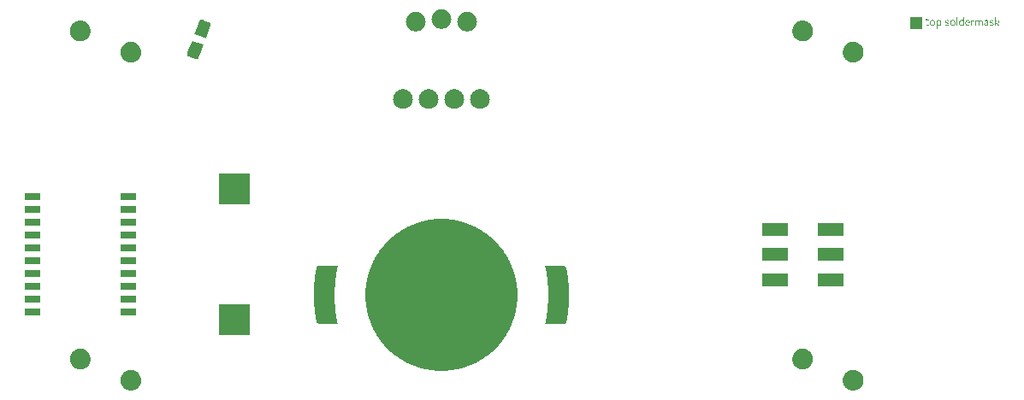
<source format=gts>
G04                                                      *
G04 Greetings!                                           *
G04 This Gerber was generated by PCBmodE, an open source *
G04 PCB design software. Get it here:                    *
G04                                                      *
G04   http://pcbmode.com                                 *
G04                                                      *
G04 Also visit                                           *
G04                                                      *
G04   http://boldport.com                                *
G04                                                      *
G04 and follow @boldport / @pcbmode for updates!         *
G04                                                      *

G04 leading zeros omitted (L); absolute data (A); 6 integer digits and 6 fractional digits *
%FSLAX66Y66*%

G04 mode (MO): millimeters (MM) *
%MOMM*%

G04 Aperture definitions *
%ADD10C,0.001X*%
%ADD11C,0.001X*%

%LPD*%
G36*
G01X22975000Y-16975000D02*
G01X26025000Y-16975000D01*
G01X26025000Y-20025000D01*
G01X22975000Y-20025000D01*
G01X22975000Y-16975000D01*
G37*
G36*
G01X22975000Y-29975000D02*
G01X26025000Y-29975000D01*
G01X26025000Y-33025000D01*
G01X22975000Y-33025000D01*
G01X22975000Y-29975000D01*
G37*
G36*
G01X83500000Y-21875000D02*
G01X84725000Y-21875000D01*
G01X84725000Y-21875000D01*
G01X84760355Y-21889645D01*
G01X84775000Y-21925000D01*
G01X84775000Y-21925000D01*
G01X84775000Y-22500000D01*
G01X84775000Y-23075000D01*
G01X84775000Y-23075000D01*
G01X84760355Y-23110355D01*
G01X84725000Y-23125000D01*
G01X84725000Y-23125000D01*
G01X83500000Y-23125000D01*
G01X82275000Y-23125000D01*
G01X82275000Y-23125000D01*
G01X82239645Y-23110355D01*
G01X82225000Y-23075000D01*
G01X82225000Y-23075000D01*
G01X82225000Y-22500000D01*
G01X82225000Y-21925000D01*
G01X82225000Y-21925000D01*
G01X82239645Y-21889645D01*
G01X82275000Y-21875000D01*
G01X82275000Y-21875000D01*
G01X83500000Y-21875000D01*
G37*
G36*
G01X83500000Y-26875000D02*
G01X84725000Y-26875000D01*
G01X84725000Y-26875000D01*
G01X84760355Y-26889645D01*
G01X84775000Y-26925000D01*
G01X84775000Y-26925000D01*
G01X84775000Y-27500000D01*
G01X84775000Y-28075000D01*
G01X84775000Y-28075000D01*
G01X84760355Y-28110355D01*
G01X84725000Y-28125000D01*
G01X84725000Y-28125000D01*
G01X83500000Y-28125000D01*
G01X82275000Y-28125000D01*
G01X82275000Y-28125000D01*
G01X82239645Y-28110355D01*
G01X82225000Y-28075000D01*
G01X82225000Y-28075000D01*
G01X82225000Y-27500000D01*
G01X82225000Y-26925000D01*
G01X82225000Y-26925000D01*
G01X82239645Y-26889645D01*
G01X82275000Y-26875000D01*
G01X82275000Y-26875000D01*
G01X83500000Y-26875000D01*
G37*
G36*
G01X83500000Y-24375000D02*
G01X84725000Y-24375000D01*
G01X84725000Y-24375000D01*
G01X84760355Y-24389645D01*
G01X84775000Y-24425000D01*
G01X84775000Y-24425000D01*
G01X84775000Y-25000000D01*
G01X84775000Y-25575000D01*
G01X84775000Y-25575000D01*
G01X84760355Y-25610355D01*
G01X84725000Y-25625000D01*
G01X84725000Y-25625000D01*
G01X83500000Y-25625000D01*
G01X82275000Y-25625000D01*
G01X82275000Y-25625000D01*
G01X82239645Y-25610355D01*
G01X82225000Y-25575000D01*
G01X82225000Y-25575000D01*
G01X82225000Y-25000000D01*
G01X82225000Y-24425000D01*
G01X82225000Y-24425000D01*
G01X82239645Y-24389645D01*
G01X82275000Y-24375000D01*
G01X82275000Y-24375000D01*
G01X83500000Y-24375000D01*
G37*
G36*
G01X78000000Y-24375000D02*
G01X79225000Y-24375000D01*
G01X79225000Y-24375000D01*
G01X79260355Y-24389645D01*
G01X79275000Y-24425000D01*
G01X79275000Y-24425000D01*
G01X79275000Y-25000000D01*
G01X79275000Y-25575000D01*
G01X79275000Y-25575000D01*
G01X79260355Y-25610355D01*
G01X79225000Y-25625000D01*
G01X79225000Y-25625000D01*
G01X78000000Y-25625000D01*
G01X76775000Y-25625000D01*
G01X76775000Y-25625000D01*
G01X76739645Y-25610355D01*
G01X76725000Y-25575000D01*
G01X76725000Y-25575000D01*
G01X76725000Y-25000000D01*
G01X76725000Y-24425000D01*
G01X76725000Y-24425000D01*
G01X76739645Y-24389645D01*
G01X76775000Y-24375000D01*
G01X76775000Y-24375000D01*
G01X78000000Y-24375000D01*
G37*
G36*
G01X78000000Y-21875000D02*
G01X79225000Y-21875000D01*
G01X79225000Y-21875000D01*
G01X79260355Y-21889645D01*
G01X79275000Y-21925000D01*
G01X79275000Y-21925000D01*
G01X79275000Y-22500000D01*
G01X79275000Y-23075000D01*
G01X79275000Y-23075000D01*
G01X79260355Y-23110355D01*
G01X79225000Y-23125000D01*
G01X79225000Y-23125000D01*
G01X78000000Y-23125000D01*
G01X76775000Y-23125000D01*
G01X76775000Y-23125000D01*
G01X76739645Y-23110355D01*
G01X76725000Y-23075000D01*
G01X76725000Y-23075000D01*
G01X76725000Y-22500000D01*
G01X76725000Y-21925000D01*
G01X76725000Y-21925000D01*
G01X76739645Y-21889645D01*
G01X76775000Y-21875000D01*
G01X76775000Y-21875000D01*
G01X78000000Y-21875000D01*
G37*
G36*
G01X78000000Y-26875000D02*
G01X79225000Y-26875000D01*
G01X79225000Y-26875000D01*
G01X79260355Y-26889645D01*
G01X79275000Y-26925000D01*
G01X79275000Y-26925000D01*
G01X79275000Y-27500000D01*
G01X79275000Y-28075000D01*
G01X79275000Y-28075000D01*
G01X79260355Y-28110355D01*
G01X79225000Y-28125000D01*
G01X79225000Y-28125000D01*
G01X78000000Y-28125000D01*
G01X76775000Y-28125000D01*
G01X76775000Y-28125000D01*
G01X76739645Y-28110355D01*
G01X76725000Y-28075000D01*
G01X76725000Y-28075000D01*
G01X76725000Y-27500000D01*
G01X76725000Y-26925000D01*
G01X76725000Y-26925000D01*
G01X76739645Y-26889645D01*
G01X76775000Y-26875000D01*
G01X76775000Y-26875000D01*
G01X78000000Y-26875000D01*
G37*
G36*
G01X13225000Y-30390000D02*
G01X14775000Y-30390000D01*
G01X14775000Y-31040000D01*
G01X13225000Y-31040000D01*
G01X13225000Y-30390000D01*
G37*
G36*
G01X3725000Y-30390000D02*
G01X5275000Y-30390000D01*
G01X5275000Y-31040000D01*
G01X3725000Y-31040000D01*
G01X3725000Y-30390000D01*
G37*
G36*
G01X13225000Y-27850000D02*
G01X14775000Y-27850000D01*
G01X14775000Y-28500000D01*
G01X13225000Y-28500000D01*
G01X13225000Y-27850000D01*
G37*
G36*
G01X13225000Y-29120000D02*
G01X14775000Y-29120000D01*
G01X14775000Y-29770000D01*
G01X13225000Y-29770000D01*
G01X13225000Y-29120000D01*
G37*
G36*
G01X13225000Y-25310000D02*
G01X14775000Y-25310000D01*
G01X14775000Y-25960000D01*
G01X13225000Y-25960000D01*
G01X13225000Y-25310000D01*
G37*
G36*
G01X13225000Y-26580000D02*
G01X14775000Y-26580000D01*
G01X14775000Y-27230000D01*
G01X13225000Y-27230000D01*
G01X13225000Y-26580000D01*
G37*
G36*
G01X13225000Y-22770000D02*
G01X14775000Y-22770000D01*
G01X14775000Y-23420000D01*
G01X13225000Y-23420000D01*
G01X13225000Y-22770000D01*
G37*
G36*
G01X13225000Y-24040000D02*
G01X14775000Y-24040000D01*
G01X14775000Y-24690000D01*
G01X13225000Y-24690000D01*
G01X13225000Y-24040000D01*
G37*
G36*
G01X13225000Y-20230000D02*
G01X14775000Y-20230000D01*
G01X14775000Y-20880000D01*
G01X13225000Y-20880000D01*
G01X13225000Y-20230000D01*
G37*
G36*
G01X13225000Y-21500000D02*
G01X14775000Y-21500000D01*
G01X14775000Y-22150000D01*
G01X13225000Y-22150000D01*
G01X13225000Y-21500000D01*
G37*
G36*
G01X13225000Y-18960000D02*
G01X14775000Y-18960000D01*
G01X14775000Y-19610000D01*
G01X13225000Y-19610000D01*
G01X13225000Y-18960000D01*
G37*
G36*
G01X3725000Y-18960000D02*
G01X5275000Y-18960000D01*
G01X5275000Y-19610000D01*
G01X3725000Y-19610000D01*
G01X3725000Y-18960000D01*
G37*
G36*
G01X3725000Y-21500000D02*
G01X5275000Y-21500000D01*
G01X5275000Y-22150000D01*
G01X3725000Y-22150000D01*
G01X3725000Y-21500000D01*
G37*
G36*
G01X3725000Y-20230000D02*
G01X5275000Y-20230000D01*
G01X5275000Y-20880000D01*
G01X3725000Y-20880000D01*
G01X3725000Y-20230000D01*
G37*
G36*
G01X3725000Y-24040000D02*
G01X5275000Y-24040000D01*
G01X5275000Y-24690000D01*
G01X3725000Y-24690000D01*
G01X3725000Y-24040000D01*
G37*
G36*
G01X3725000Y-22770000D02*
G01X5275000Y-22770000D01*
G01X5275000Y-23420000D01*
G01X3725000Y-23420000D01*
G01X3725000Y-22770000D01*
G37*
G36*
G01X3725000Y-26580000D02*
G01X5275000Y-26580000D01*
G01X5275000Y-27230000D01*
G01X3725000Y-27230000D01*
G01X3725000Y-26580000D01*
G37*
G36*
G01X3725000Y-25310000D02*
G01X5275000Y-25310000D01*
G01X5275000Y-25960000D01*
G01X3725000Y-25960000D01*
G01X3725000Y-25310000D01*
G37*
G36*
G01X3725000Y-29120000D02*
G01X5275000Y-29120000D01*
G01X5275000Y-29770000D01*
G01X3725000Y-29770000D01*
G01X3725000Y-29120000D01*
G37*
G36*
G01X3725000Y-27850000D02*
G01X5275000Y-27850000D01*
G01X5275000Y-28500000D01*
G01X3725000Y-28500000D01*
G01X3725000Y-27850000D01*
G37*
G36*
G01X42460000Y-2902000D02*
G01X42460000Y-2902000D01*
G01X42524107Y-2899926D01*
G01X42587106Y-2893790D01*
G01X42648869Y-2883720D01*
G01X42709269Y-2869845D01*
G01X42768175Y-2852294D01*
G01X42825461Y-2831194D01*
G01X42880997Y-2806674D01*
G01X42934655Y-2778863D01*
G01X42986306Y-2747890D01*
G01X43035822Y-2713882D01*
G01X43083075Y-2676968D01*
G01X43127936Y-2637276D01*
G01X43170276Y-2594936D01*
G01X43209968Y-2550075D01*
G01X43246882Y-2502822D01*
G01X43280890Y-2453306D01*
G01X43311863Y-2401655D01*
G01X43339674Y-2347997D01*
G01X43364194Y-2292461D01*
G01X43385294Y-2235175D01*
G01X43402845Y-2176269D01*
G01X43416720Y-2115869D01*
G01X43426790Y-2054106D01*
G01X43432926Y-1991107D01*
G01X43435000Y-1927000D01*
G01X43435000Y-1927000D01*
G01X43435000Y-1927000D01*
G01X43432926Y-1862893D01*
G01X43426790Y-1799894D01*
G01X43416720Y-1738131D01*
G01X43402845Y-1677731D01*
G01X43385294Y-1618825D01*
G01X43364194Y-1561539D01*
G01X43339674Y-1506003D01*
G01X43311863Y-1452345D01*
G01X43280890Y-1400694D01*
G01X43246882Y-1351178D01*
G01X43209968Y-1303925D01*
G01X43170276Y-1259064D01*
G01X43127936Y-1216724D01*
G01X43083075Y-1177032D01*
G01X43035822Y-1140118D01*
G01X42986306Y-1106110D01*
G01X42934655Y-1075137D01*
G01X42880997Y-1047326D01*
G01X42825461Y-1022806D01*
G01X42768175Y-1001706D01*
G01X42709269Y-0984155D01*
G01X42648869Y-0970280D01*
G01X42587106Y-0960210D01*
G01X42524107Y-0954074D01*
G01X42460000Y-0952000D01*
G01X42460000Y-0952000D01*
G01X42460000Y-0952000D01*
G01X42395893Y-0954074D01*
G01X42332894Y-0960210D01*
G01X42271131Y-0970280D01*
G01X42210731Y-0984155D01*
G01X42151825Y-1001706D01*
G01X42094539Y-1022806D01*
G01X42039003Y-1047326D01*
G01X41985345Y-1075137D01*
G01X41933694Y-1106110D01*
G01X41884178Y-1140118D01*
G01X41836925Y-1177032D01*
G01X41792064Y-1216724D01*
G01X41749724Y-1259064D01*
G01X41710032Y-1303925D01*
G01X41673118Y-1351178D01*
G01X41639110Y-1400694D01*
G01X41608137Y-1452345D01*
G01X41580326Y-1506003D01*
G01X41555806Y-1561539D01*
G01X41534706Y-1618825D01*
G01X41517155Y-1677731D01*
G01X41503280Y-1738131D01*
G01X41493210Y-1799894D01*
G01X41487074Y-1862893D01*
G01X41485000Y-1927000D01*
G01X41485000Y-1927000D01*
G01X41485000Y-1927000D01*
G01X41487074Y-1991107D01*
G01X41493210Y-2054106D01*
G01X41503280Y-2115869D01*
G01X41517155Y-2176269D01*
G01X41534706Y-2235175D01*
G01X41555806Y-2292461D01*
G01X41580326Y-2347997D01*
G01X41608137Y-2401655D01*
G01X41639110Y-2453306D01*
G01X41673118Y-2502822D01*
G01X41710032Y-2550075D01*
G01X41749724Y-2594936D01*
G01X41792064Y-2637276D01*
G01X41836925Y-2676968D01*
G01X41884178Y-2713882D01*
G01X41933694Y-2747890D01*
G01X41985345Y-2778863D01*
G01X42039003Y-2806674D01*
G01X42094539Y-2831194D01*
G01X42151825Y-2852294D01*
G01X42210731Y-2869845D01*
G01X42271131Y-2883720D01*
G01X42332894Y-2893790D01*
G01X42395893Y-2899926D01*
G01X42460000Y-2902000D01*
G01X42460000Y-2902000D01*
G37*
G36*
G01X47540000Y-2902000D02*
G01X47540000Y-2902000D01*
G01X47604107Y-2899926D01*
G01X47667106Y-2893790D01*
G01X47728869Y-2883720D01*
G01X47789269Y-2869845D01*
G01X47848175Y-2852294D01*
G01X47905461Y-2831194D01*
G01X47960997Y-2806674D01*
G01X48014655Y-2778863D01*
G01X48066306Y-2747890D01*
G01X48115822Y-2713882D01*
G01X48163075Y-2676968D01*
G01X48207936Y-2637276D01*
G01X48250276Y-2594936D01*
G01X48289968Y-2550075D01*
G01X48326882Y-2502822D01*
G01X48360890Y-2453306D01*
G01X48391863Y-2401655D01*
G01X48419674Y-2347997D01*
G01X48444194Y-2292461D01*
G01X48465294Y-2235175D01*
G01X48482845Y-2176269D01*
G01X48496720Y-2115869D01*
G01X48506790Y-2054106D01*
G01X48512926Y-1991107D01*
G01X48515000Y-1927000D01*
G01X48515000Y-1927000D01*
G01X48515000Y-1927000D01*
G01X48512926Y-1862893D01*
G01X48506790Y-1799894D01*
G01X48496720Y-1738131D01*
G01X48482845Y-1677731D01*
G01X48465294Y-1618825D01*
G01X48444194Y-1561539D01*
G01X48419674Y-1506003D01*
G01X48391863Y-1452345D01*
G01X48360890Y-1400694D01*
G01X48326882Y-1351178D01*
G01X48289968Y-1303925D01*
G01X48250276Y-1259064D01*
G01X48207936Y-1216724D01*
G01X48163075Y-1177032D01*
G01X48115822Y-1140118D01*
G01X48066306Y-1106110D01*
G01X48014655Y-1075137D01*
G01X47960997Y-1047326D01*
G01X47905461Y-1022806D01*
G01X47848175Y-1001706D01*
G01X47789269Y-0984155D01*
G01X47728869Y-0970280D01*
G01X47667106Y-0960210D01*
G01X47604107Y-0954074D01*
G01X47540000Y-0952000D01*
G01X47540000Y-0952000D01*
G01X47540000Y-0952000D01*
G01X47475893Y-0954074D01*
G01X47412894Y-0960210D01*
G01X47351131Y-0970280D01*
G01X47290731Y-0984155D01*
G01X47231825Y-1001706D01*
G01X47174539Y-1022806D01*
G01X47119003Y-1047326D01*
G01X47065345Y-1075137D01*
G01X47013694Y-1106110D01*
G01X46964178Y-1140118D01*
G01X46916925Y-1177032D01*
G01X46872064Y-1216724D01*
G01X46829724Y-1259064D01*
G01X46790032Y-1303925D01*
G01X46753118Y-1351178D01*
G01X46719110Y-1400694D01*
G01X46688137Y-1452345D01*
G01X46660326Y-1506003D01*
G01X46635806Y-1561539D01*
G01X46614706Y-1618825D01*
G01X46597155Y-1677731D01*
G01X46583280Y-1738131D01*
G01X46573210Y-1799894D01*
G01X46567074Y-1862893D01*
G01X46565000Y-1927000D01*
G01X46565000Y-1927000D01*
G01X46565000Y-1927000D01*
G01X46567074Y-1991107D01*
G01X46573210Y-2054106D01*
G01X46583280Y-2115869D01*
G01X46597155Y-2176269D01*
G01X46614706Y-2235175D01*
G01X46635806Y-2292461D01*
G01X46660326Y-2347997D01*
G01X46688137Y-2401655D01*
G01X46719110Y-2453306D01*
G01X46753118Y-2502822D01*
G01X46790032Y-2550075D01*
G01X46829724Y-2594936D01*
G01X46872064Y-2637276D01*
G01X46916925Y-2676968D01*
G01X46964178Y-2713882D01*
G01X47013694Y-2747890D01*
G01X47065345Y-2778863D01*
G01X47119003Y-2806674D01*
G01X47174539Y-2831194D01*
G01X47231825Y-2852294D01*
G01X47290731Y-2869845D01*
G01X47351131Y-2883720D01*
G01X47412894Y-2893790D01*
G01X47475893Y-2899926D01*
G01X47540000Y-2902000D01*
G01X47540000Y-2902000D01*
G37*
G36*
G01X45000000Y-2648000D02*
G01X45000000Y-2648000D01*
G01X45064107Y-2645926D01*
G01X45127106Y-2639790D01*
G01X45188869Y-2629720D01*
G01X45249269Y-2615845D01*
G01X45308175Y-2598294D01*
G01X45365461Y-2577194D01*
G01X45420997Y-2552674D01*
G01X45474655Y-2524863D01*
G01X45526306Y-2493890D01*
G01X45575822Y-2459882D01*
G01X45623075Y-2422968D01*
G01X45667936Y-2383276D01*
G01X45710276Y-2340936D01*
G01X45749968Y-2296075D01*
G01X45786882Y-2248822D01*
G01X45820890Y-2199306D01*
G01X45851863Y-2147655D01*
G01X45879674Y-2093997D01*
G01X45904194Y-2038461D01*
G01X45925294Y-1981175D01*
G01X45942845Y-1922269D01*
G01X45956720Y-1861869D01*
G01X45966790Y-1800106D01*
G01X45972926Y-1737107D01*
G01X45975000Y-1673000D01*
G01X45975000Y-1673000D01*
G01X45975000Y-1673000D01*
G01X45972926Y-1608893D01*
G01X45966790Y-1545894D01*
G01X45956720Y-1484131D01*
G01X45942845Y-1423731D01*
G01X45925294Y-1364825D01*
G01X45904194Y-1307539D01*
G01X45879674Y-1252003D01*
G01X45851863Y-1198345D01*
G01X45820890Y-1146694D01*
G01X45786882Y-1097178D01*
G01X45749968Y-1049925D01*
G01X45710276Y-1005064D01*
G01X45667936Y-0962724D01*
G01X45623075Y-0923032D01*
G01X45575822Y-0886118D01*
G01X45526306Y-0852110D01*
G01X45474655Y-0821137D01*
G01X45420997Y-0793326D01*
G01X45365461Y-0768806D01*
G01X45308175Y-0747706D01*
G01X45249269Y-0730155D01*
G01X45188869Y-0716280D01*
G01X45127106Y-0706210D01*
G01X45064107Y-0700074D01*
G01X45000000Y-0698000D01*
G01X45000000Y-0698000D01*
G01X45000000Y-0698000D01*
G01X44935893Y-0700074D01*
G01X44872894Y-0706210D01*
G01X44811131Y-0716280D01*
G01X44750731Y-0730155D01*
G01X44691825Y-0747706D01*
G01X44634539Y-0768806D01*
G01X44579003Y-0793326D01*
G01X44525345Y-0821137D01*
G01X44473694Y-0852110D01*
G01X44424178Y-0886118D01*
G01X44376925Y-0923032D01*
G01X44332064Y-0962724D01*
G01X44289724Y-1005064D01*
G01X44250032Y-1049925D01*
G01X44213118Y-1097178D01*
G01X44179110Y-1146694D01*
G01X44148137Y-1198345D01*
G01X44120326Y-1252003D01*
G01X44095806Y-1307539D01*
G01X44074706Y-1364825D01*
G01X44057155Y-1423731D01*
G01X44043280Y-1484131D01*
G01X44033210Y-1545894D01*
G01X44027074Y-1608893D01*
G01X44025000Y-1673000D01*
G01X44025000Y-1673000D01*
G01X44025000Y-1673000D01*
G01X44027074Y-1737107D01*
G01X44033210Y-1800106D01*
G01X44043280Y-1861869D01*
G01X44057155Y-1922269D01*
G01X44074706Y-1981175D01*
G01X44095806Y-2038461D01*
G01X44120326Y-2093997D01*
G01X44148137Y-2147655D01*
G01X44179110Y-2199306D01*
G01X44213118Y-2248822D01*
G01X44250032Y-2296075D01*
G01X44289724Y-2340936D01*
G01X44332064Y-2383276D01*
G01X44376925Y-2422968D01*
G01X44424178Y-2459882D01*
G01X44473694Y-2493890D01*
G01X44525345Y-2524863D01*
G01X44579003Y-2552674D01*
G01X44634539Y-2577194D01*
G01X44691825Y-2598294D01*
G01X44750731Y-2615845D01*
G01X44811131Y-2629720D01*
G01X44872894Y-2639790D01*
G01X44935893Y-2645926D01*
G01X45000000Y-2648000D01*
G01X45000000Y-2648000D01*
G37*
G36*
G01X80750000Y-36375000D02*
G01X80750000Y-36375000D01*
G01X80817394Y-36372820D01*
G01X80883624Y-36366369D01*
G01X80948555Y-36355783D01*
G01X81012052Y-36341197D01*
G01X81073979Y-36322745D01*
G01X81134203Y-36300563D01*
G01X81192587Y-36274786D01*
G01X81248996Y-36245549D01*
G01X81303296Y-36212987D01*
G01X81355352Y-36177234D01*
G01X81405028Y-36138427D01*
G01X81452189Y-36096701D01*
G01X81496701Y-36052189D01*
G01X81538427Y-36005028D01*
G01X81577234Y-35955352D01*
G01X81612987Y-35903296D01*
G01X81645549Y-35848996D01*
G01X81674786Y-35792586D01*
G01X81700563Y-35734203D01*
G01X81722745Y-35673979D01*
G01X81741197Y-35612052D01*
G01X81755783Y-35548555D01*
G01X81766369Y-35483624D01*
G01X81772820Y-35417394D01*
G01X81775000Y-35350000D01*
G01X81775000Y-35350000D01*
G01X81775000Y-35350000D01*
G01X81772820Y-35282606D01*
G01X81766369Y-35216376D01*
G01X81755783Y-35151445D01*
G01X81741197Y-35087948D01*
G01X81722745Y-35026021D01*
G01X81700563Y-34965797D01*
G01X81674786Y-34907413D01*
G01X81645549Y-34851004D01*
G01X81612987Y-34796704D01*
G01X81577234Y-34744648D01*
G01X81538427Y-34694972D01*
G01X81496701Y-34647811D01*
G01X81452189Y-34603299D01*
G01X81405028Y-34561573D01*
G01X81355352Y-34522766D01*
G01X81303296Y-34487013D01*
G01X81248996Y-34454451D01*
G01X81192587Y-34425214D01*
G01X81134203Y-34399437D01*
G01X81073979Y-34377255D01*
G01X81012052Y-34358803D01*
G01X80948555Y-34344217D01*
G01X80883624Y-34333631D01*
G01X80817394Y-34327180D01*
G01X80750000Y-34325000D01*
G01X80750000Y-34325000D01*
G01X80750000Y-34325000D01*
G01X80682606Y-34327180D01*
G01X80616376Y-34333631D01*
G01X80551445Y-34344217D01*
G01X80487948Y-34358803D01*
G01X80426021Y-34377255D01*
G01X80365797Y-34399437D01*
G01X80307413Y-34425214D01*
G01X80251004Y-34454451D01*
G01X80196704Y-34487013D01*
G01X80144648Y-34522766D01*
G01X80094972Y-34561573D01*
G01X80047811Y-34603299D01*
G01X80003299Y-34647811D01*
G01X79961573Y-34694972D01*
G01X79922766Y-34744648D01*
G01X79887013Y-34796704D01*
G01X79854451Y-34851004D01*
G01X79825214Y-34907413D01*
G01X79799437Y-34965797D01*
G01X79777255Y-35026021D01*
G01X79758803Y-35087948D01*
G01X79744217Y-35151445D01*
G01X79733631Y-35216376D01*
G01X79727180Y-35282606D01*
G01X79725000Y-35350000D01*
G01X79725000Y-35350000D01*
G01X79725000Y-35350000D01*
G01X79727180Y-35417394D01*
G01X79733631Y-35483624D01*
G01X79744217Y-35548555D01*
G01X79758803Y-35612052D01*
G01X79777255Y-35673979D01*
G01X79799437Y-35734203D01*
G01X79825214Y-35792586D01*
G01X79854451Y-35848996D01*
G01X79887013Y-35903296D01*
G01X79922766Y-35955352D01*
G01X79961573Y-36005028D01*
G01X80003299Y-36052189D01*
G01X80047811Y-36096701D01*
G01X80094972Y-36138427D01*
G01X80144648Y-36177234D01*
G01X80196704Y-36212987D01*
G01X80251004Y-36245549D01*
G01X80307413Y-36274786D01*
G01X80365797Y-36300563D01*
G01X80426021Y-36322745D01*
G01X80487948Y-36341197D01*
G01X80551445Y-36355783D01*
G01X80616376Y-36366369D01*
G01X80682606Y-36372820D01*
G01X80750000Y-36375000D01*
G01X80750000Y-36375000D01*
G37*
G36*
G01X85750000Y-38475000D02*
G01X85750000Y-38475000D01*
G01X85817394Y-38472820D01*
G01X85883624Y-38466369D01*
G01X85948555Y-38455783D01*
G01X86012052Y-38441197D01*
G01X86073979Y-38422745D01*
G01X86134203Y-38400563D01*
G01X86192587Y-38374786D01*
G01X86248996Y-38345549D01*
G01X86303296Y-38312987D01*
G01X86355352Y-38277234D01*
G01X86405028Y-38238427D01*
G01X86452189Y-38196701D01*
G01X86496701Y-38152189D01*
G01X86538427Y-38105028D01*
G01X86577234Y-38055352D01*
G01X86612987Y-38003296D01*
G01X86645549Y-37948996D01*
G01X86674786Y-37892587D01*
G01X86700563Y-37834203D01*
G01X86722745Y-37773979D01*
G01X86741197Y-37712052D01*
G01X86755783Y-37648555D01*
G01X86766369Y-37583624D01*
G01X86772820Y-37517394D01*
G01X86775000Y-37450000D01*
G01X86775000Y-37450000D01*
G01X86775000Y-37450000D01*
G01X86772820Y-37382606D01*
G01X86766369Y-37316376D01*
G01X86755783Y-37251445D01*
G01X86741197Y-37187948D01*
G01X86722745Y-37126021D01*
G01X86700563Y-37065797D01*
G01X86674786Y-37007413D01*
G01X86645549Y-36951004D01*
G01X86612987Y-36896704D01*
G01X86577234Y-36844648D01*
G01X86538427Y-36794972D01*
G01X86496701Y-36747811D01*
G01X86452189Y-36703299D01*
G01X86405028Y-36661573D01*
G01X86355352Y-36622766D01*
G01X86303296Y-36587013D01*
G01X86248996Y-36554451D01*
G01X86192587Y-36525214D01*
G01X86134203Y-36499437D01*
G01X86073979Y-36477255D01*
G01X86012052Y-36458803D01*
G01X85948555Y-36444217D01*
G01X85883624Y-36433631D01*
G01X85817394Y-36427180D01*
G01X85750000Y-36425000D01*
G01X85750000Y-36425000D01*
G01X85750000Y-36425000D01*
G01X85682606Y-36427180D01*
G01X85616376Y-36433631D01*
G01X85551445Y-36444217D01*
G01X85487948Y-36458803D01*
G01X85426021Y-36477255D01*
G01X85365797Y-36499437D01*
G01X85307413Y-36525214D01*
G01X85251004Y-36554451D01*
G01X85196704Y-36587013D01*
G01X85144648Y-36622766D01*
G01X85094972Y-36661573D01*
G01X85047811Y-36703299D01*
G01X85003299Y-36747811D01*
G01X84961573Y-36794972D01*
G01X84922766Y-36844648D01*
G01X84887013Y-36896704D01*
G01X84854451Y-36951004D01*
G01X84825214Y-37007413D01*
G01X84799437Y-37065797D01*
G01X84777255Y-37126021D01*
G01X84758803Y-37187948D01*
G01X84744217Y-37251445D01*
G01X84733631Y-37316376D01*
G01X84727180Y-37382606D01*
G01X84725000Y-37450000D01*
G01X84725000Y-37450000D01*
G01X84725000Y-37450000D01*
G01X84727180Y-37517394D01*
G01X84733631Y-37583624D01*
G01X84744217Y-37648555D01*
G01X84758803Y-37712052D01*
G01X84777255Y-37773979D01*
G01X84799437Y-37834203D01*
G01X84825214Y-37892587D01*
G01X84854451Y-37948996D01*
G01X84887013Y-38003296D01*
G01X84922766Y-38055352D01*
G01X84961573Y-38105028D01*
G01X85003299Y-38152189D01*
G01X85047811Y-38196701D01*
G01X85094972Y-38238427D01*
G01X85144648Y-38277234D01*
G01X85196704Y-38312987D01*
G01X85251004Y-38345549D01*
G01X85307413Y-38374786D01*
G01X85365797Y-38400563D01*
G01X85426021Y-38422745D01*
G01X85487948Y-38441197D01*
G01X85551445Y-38455783D01*
G01X85616376Y-38466369D01*
G01X85682606Y-38472820D01*
G01X85750000Y-38475000D01*
G01X85750000Y-38475000D01*
G37*
G36*
G01X56296927Y-26113235D02*
G01X55361380Y-26115185D01*
G01X55361380Y-26115185D01*
G01X55313209Y-26130368D01*
G01X55283776Y-26169091D01*
G01X55281302Y-26216751D01*
G01X55281302Y-26216751D01*
G01X55292514Y-26264660D01*
G01X55303519Y-26313173D01*
G01X55314315Y-26362268D01*
G01X55324902Y-26411922D01*
G01X55335279Y-26462113D01*
G01X55345446Y-26512819D01*
G01X55355400Y-26564019D01*
G01X55365143Y-26615689D01*
G01X55374672Y-26667808D01*
G01X55383988Y-26720354D01*
G01X55393089Y-26773304D01*
G01X55401975Y-26826637D01*
G01X55410644Y-26880330D01*
G01X55419097Y-26934361D01*
G01X55427332Y-26988708D01*
G01X55435348Y-27043348D01*
G01X55443145Y-27098261D01*
G01X55450722Y-27153423D01*
G01X55458078Y-27208812D01*
G01X55465212Y-27264407D01*
G01X55472124Y-27320185D01*
G01X55478813Y-27376124D01*
G01X55485278Y-27432201D01*
G01X55491518Y-27488396D01*
G01X55497532Y-27544685D01*
G01X55503320Y-27601047D01*
G01X55508882Y-27657459D01*
G01X55514215Y-27713899D01*
G01X55519319Y-27770345D01*
G01X55524195Y-27826775D01*
G01X55528840Y-27883167D01*
G01X55533253Y-27939499D01*
G01X55537436Y-27995748D01*
G01X55541385Y-28051893D01*
G01X55545102Y-28107911D01*
G01X55548584Y-28163780D01*
G01X55551831Y-28219478D01*
G01X55554843Y-28274983D01*
G01X55557618Y-28330273D01*
G01X55560156Y-28385325D01*
G01X55562456Y-28440118D01*
G01X55564517Y-28494629D01*
G01X55566339Y-28548836D01*
G01X55567920Y-28602718D01*
G01X55569261Y-28656251D01*
G01X55570359Y-28709414D01*
G01X55571215Y-28762185D01*
G01X55571827Y-28814542D01*
G01X55572195Y-28866461D01*
G01X55572318Y-28917922D01*
G01X55572318Y-28917922D01*
G01X55572318Y-28917922D01*
G01X55572192Y-28969621D01*
G01X55571817Y-29022162D01*
G01X55571192Y-29075506D01*
G01X55570320Y-29129615D01*
G01X55569200Y-29184452D01*
G01X55567835Y-29239978D01*
G01X55566224Y-29296154D01*
G01X55564369Y-29352943D01*
G01X55562272Y-29410306D01*
G01X55559932Y-29468206D01*
G01X55557352Y-29526603D01*
G01X55554531Y-29585460D01*
G01X55551471Y-29644738D01*
G01X55548173Y-29704400D01*
G01X55544639Y-29764407D01*
G01X55540868Y-29824720D01*
G01X55536862Y-29885303D01*
G01X55532622Y-29946115D01*
G01X55528149Y-30007120D01*
G01X55523444Y-30068279D01*
G01X55518508Y-30129553D01*
G01X55513342Y-30190905D01*
G01X55507947Y-30252297D01*
G01X55502324Y-30313689D01*
G01X55496474Y-30375045D01*
G01X55490398Y-30436325D01*
G01X55484096Y-30497492D01*
G01X55477571Y-30558507D01*
G01X55470823Y-30619332D01*
G01X55463852Y-30679929D01*
G01X55456661Y-30740259D01*
G01X55449249Y-30800285D01*
G01X55441619Y-30859969D01*
G01X55433770Y-30919271D01*
G01X55425704Y-30978154D01*
G01X55417422Y-31036579D01*
G01X55408926Y-31094509D01*
G01X55400215Y-31151906D01*
G01X55391291Y-31208730D01*
G01X55382154Y-31264943D01*
G01X55372807Y-31320509D01*
G01X55363250Y-31375387D01*
G01X55353484Y-31429541D01*
G01X55343509Y-31482932D01*
G01X55333328Y-31535521D01*
G01X55322940Y-31587271D01*
G01X55312348Y-31638143D01*
G01X55301551Y-31688099D01*
G01X55290551Y-31737100D01*
G01X55279349Y-31785110D01*
G01X55279349Y-31785110D01*
G01X55279349Y-31785110D01*
G01X55282874Y-31835493D01*
G01X55313661Y-31873148D01*
G01X55359427Y-31886673D01*
G01X56296927Y-31886673D01*
G01X57076224Y-31886673D01*
G01X57076224Y-31886673D01*
G01X57084034Y-31886673D01*
G01X57084034Y-31886673D01*
G01X57084034Y-31886673D01*
G01X57103746Y-31885322D01*
G01X57148487Y-31880773D01*
G01X57148487Y-31880773D01*
G01X57148487Y-31880773D01*
G01X57184614Y-31875562D01*
G01X57224656Y-31862708D01*
G01X57263721Y-31835853D01*
G01X57263721Y-31835853D01*
G01X57300546Y-31793893D01*
G01X57326590Y-31750002D01*
G01X57344638Y-31706067D01*
G01X57357471Y-31663978D01*
G01X57357471Y-31663978D01*
G01X57357471Y-31663978D01*
G01X57370015Y-31617086D01*
G01X57382182Y-31569291D01*
G01X57393978Y-31520630D01*
G01X57405408Y-31471138D01*
G01X57416477Y-31420852D01*
G01X57427191Y-31369808D01*
G01X57437553Y-31318040D01*
G01X57447570Y-31265586D01*
G01X57457247Y-31212480D01*
G01X57466587Y-31158760D01*
G01X57475597Y-31104461D01*
G01X57484282Y-31049618D01*
G01X57492646Y-30994268D01*
G01X57500695Y-30938447D01*
G01X57508433Y-30882190D01*
G01X57515867Y-30825534D01*
G01X57523000Y-30768514D01*
G01X57529837Y-30711166D01*
G01X57536385Y-30653527D01*
G01X57542648Y-30595632D01*
G01X57548631Y-30537516D01*
G01X57554339Y-30479217D01*
G01X57559777Y-30420770D01*
G01X57564951Y-30362210D01*
G01X57569864Y-30303574D01*
G01X57574523Y-30244898D01*
G01X57578933Y-30186217D01*
G01X57583098Y-30127568D01*
G01X57587023Y-30068986D01*
G01X57590714Y-30010507D01*
G01X57594176Y-29952167D01*
G01X57597413Y-29894003D01*
G01X57600431Y-29836049D01*
G01X57603235Y-29778343D01*
G01X57605830Y-29720919D01*
G01X57608221Y-29663814D01*
G01X57610412Y-29607063D01*
G01X57612410Y-29550703D01*
G01X57614219Y-29494770D01*
G01X57615844Y-29439299D01*
G01X57617291Y-29384327D01*
G01X57618563Y-29329888D01*
G01X57619667Y-29276020D01*
G01X57620608Y-29222758D01*
G01X57621390Y-29170137D01*
G01X57622018Y-29118195D01*
G01X57622498Y-29066966D01*
G01X57622835Y-29016487D01*
G01X57623034Y-28966794D01*
G01X57623099Y-28917922D01*
G01X57623099Y-28917922D01*
G01X57623099Y-28917922D01*
G01X57622985Y-28868830D01*
G01X57622646Y-28819287D01*
G01X57622081Y-28769314D01*
G01X57621292Y-28718932D01*
G01X57620279Y-28668163D01*
G01X57619044Y-28617027D01*
G01X57617587Y-28565547D01*
G01X57615909Y-28513742D01*
G01X57614011Y-28461635D01*
G01X57611895Y-28409247D01*
G01X57609559Y-28356598D01*
G01X57607007Y-28303710D01*
G01X57604238Y-28250604D01*
G01X57601253Y-28197301D01*
G01X57598054Y-28143823D01*
G01X57594640Y-28090191D01*
G01X57591014Y-28036425D01*
G01X57587175Y-27982547D01*
G01X57583125Y-27928579D01*
G01X57578865Y-27874541D01*
G01X57574395Y-27820454D01*
G01X57569716Y-27766340D01*
G01X57564829Y-27712221D01*
G01X57559736Y-27658116D01*
G01X57554436Y-27604048D01*
G01X57548931Y-27550037D01*
G01X57543221Y-27496105D01*
G01X57537308Y-27442273D01*
G01X57531192Y-27388562D01*
G01X57524875Y-27334993D01*
G01X57518356Y-27281587D01*
G01X57511637Y-27228367D01*
G01X57504720Y-27175352D01*
G01X57497603Y-27122564D01*
G01X57490290Y-27070025D01*
G01X57482779Y-27017754D01*
G01X57475073Y-26965775D01*
G01X57467172Y-26914107D01*
G01X57459077Y-26862772D01*
G01X57450789Y-26811792D01*
G01X57442309Y-26761186D01*
G01X57433637Y-26710978D01*
G01X57424774Y-26661187D01*
G01X57415722Y-26611835D01*
G01X57406481Y-26562943D01*
G01X57397052Y-26514532D01*
G01X57387436Y-26466624D01*
G01X57377634Y-26419239D01*
G01X57367646Y-26372399D01*
G01X57357474Y-26326126D01*
G01X57357474Y-26326126D01*
G01X57357474Y-26326126D01*
G01X57357474Y-26324176D01*
G01X57357474Y-26324176D01*
G01X57357474Y-26324176D01*
G01X57335854Y-26269566D01*
G01X57306024Y-26226724D01*
G01X57273722Y-26194782D01*
G01X57244688Y-26172867D01*
G01X57224661Y-26160110D01*
G01X57224661Y-26160110D01*
G01X57224661Y-26160110D01*
G01X57187031Y-26140389D01*
G01X57148046Y-26126624D01*
G01X57108306Y-26118372D01*
G01X57068411Y-26115188D01*
G01X57068411Y-26115188D01*
G01X57068411Y-26115188D01*
G01X57066461Y-26115188D01*
G01X57066461Y-26115188D01*
G37*
G36*
G01X33703073Y-31886765D02*
G01X34638620Y-31884815D01*
G01X34638620Y-31884815D01*
G01X34686791Y-31869632D01*
G01X34716224Y-31830909D01*
G01X34718698Y-31783249D01*
G01X34718698Y-31783249D01*
G01X34707486Y-31735340D01*
G01X34696481Y-31686827D01*
G01X34685685Y-31637732D01*
G01X34675098Y-31588078D01*
G01X34664721Y-31537887D01*
G01X34654554Y-31487181D01*
G01X34644600Y-31435981D01*
G01X34634857Y-31384311D01*
G01X34625328Y-31332192D01*
G01X34616012Y-31279646D01*
G01X34606911Y-31226696D01*
G01X34598025Y-31173363D01*
G01X34589356Y-31119670D01*
G01X34580903Y-31065639D01*
G01X34572668Y-31011292D01*
G01X34564652Y-30956652D01*
G01X34556855Y-30901739D01*
G01X34549278Y-30846577D01*
G01X34541922Y-30791188D01*
G01X34534788Y-30735593D01*
G01X34527876Y-30679815D01*
G01X34521187Y-30623876D01*
G01X34514722Y-30567799D01*
G01X34508482Y-30511604D01*
G01X34502468Y-30455315D01*
G01X34496680Y-30398953D01*
G01X34491118Y-30342541D01*
G01X34485785Y-30286101D01*
G01X34480681Y-30229655D01*
G01X34475805Y-30173225D01*
G01X34471160Y-30116833D01*
G01X34466747Y-30060501D01*
G01X34462564Y-30004252D01*
G01X34458615Y-29948107D01*
G01X34454898Y-29892089D01*
G01X34451416Y-29836220D01*
G01X34448169Y-29780522D01*
G01X34445157Y-29725017D01*
G01X34442382Y-29669727D01*
G01X34439844Y-29614675D01*
G01X34437544Y-29559882D01*
G01X34435483Y-29505371D01*
G01X34433661Y-29451164D01*
G01X34432080Y-29397282D01*
G01X34430739Y-29343749D01*
G01X34429641Y-29290586D01*
G01X34428785Y-29237815D01*
G01X34428173Y-29185458D01*
G01X34427805Y-29133539D01*
G01X34427682Y-29082078D01*
G01X34427682Y-29082078D01*
G01X34427682Y-29082078D01*
G01X34427808Y-29030379D01*
G01X34428183Y-28977838D01*
G01X34428808Y-28924494D01*
G01X34429680Y-28870385D01*
G01X34430800Y-28815548D01*
G01X34432165Y-28760022D01*
G01X34433776Y-28703846D01*
G01X34435631Y-28647057D01*
G01X34437728Y-28589694D01*
G01X34440068Y-28531794D01*
G01X34442648Y-28473397D01*
G01X34445469Y-28414540D01*
G01X34448529Y-28355262D01*
G01X34451827Y-28295600D01*
G01X34455361Y-28235593D01*
G01X34459132Y-28175280D01*
G01X34463138Y-28114697D01*
G01X34467378Y-28053885D01*
G01X34471851Y-27992880D01*
G01X34476556Y-27931721D01*
G01X34481492Y-27870447D01*
G01X34486658Y-27809095D01*
G01X34492053Y-27747703D01*
G01X34497676Y-27686311D01*
G01X34503526Y-27624955D01*
G01X34509602Y-27563675D01*
G01X34515904Y-27502508D01*
G01X34522429Y-27441493D01*
G01X34529177Y-27380668D01*
G01X34536148Y-27320071D01*
G01X34543339Y-27259741D01*
G01X34550751Y-27199715D01*
G01X34558381Y-27140031D01*
G01X34566230Y-27080729D01*
G01X34574296Y-27021846D01*
G01X34582578Y-26963421D01*
G01X34591074Y-26905491D01*
G01X34599785Y-26848094D01*
G01X34608709Y-26791270D01*
G01X34617846Y-26735057D01*
G01X34627193Y-26679491D01*
G01X34636750Y-26624613D01*
G01X34646516Y-26570459D01*
G01X34656491Y-26517068D01*
G01X34666672Y-26464479D01*
G01X34677060Y-26412729D01*
G01X34687652Y-26361857D01*
G01X34698449Y-26311901D01*
G01X34709449Y-26262900D01*
G01X34720651Y-26214890D01*
G01X34720651Y-26214890D01*
G01X34720651Y-26214890D01*
G01X34717126Y-26164507D01*
G01X34686339Y-26126852D01*
G01X34640573Y-26113327D01*
G01X33703073Y-26113327D01*
G01X32923776Y-26113327D01*
G01X32923776Y-26113327D01*
G01X32915966Y-26113327D01*
G01X32915966Y-26113327D01*
G01X32915966Y-26113327D01*
G01X32896254Y-26114678D01*
G01X32851513Y-26119227D01*
G01X32851513Y-26119227D01*
G01X32851513Y-26119227D01*
G01X32815386Y-26124438D01*
G01X32775344Y-26137292D01*
G01X32736279Y-26164147D01*
G01X32736279Y-26164147D01*
G01X32699454Y-26206107D01*
G01X32673410Y-26249998D01*
G01X32655362Y-26293933D01*
G01X32642529Y-26336022D01*
G01X32642529Y-26336022D01*
G01X32642529Y-26336022D01*
G01X32629985Y-26382914D01*
G01X32617818Y-26430709D01*
G01X32606022Y-26479370D01*
G01X32594592Y-26528862D01*
G01X32583523Y-26579148D01*
G01X32572809Y-26630192D01*
G01X32562447Y-26681960D01*
G01X32552430Y-26734414D01*
G01X32542753Y-26787520D01*
G01X32533413Y-26841240D01*
G01X32524403Y-26895539D01*
G01X32515718Y-26950382D01*
G01X32507354Y-27005732D01*
G01X32499305Y-27061553D01*
G01X32491567Y-27117810D01*
G01X32484133Y-27174466D01*
G01X32477000Y-27231486D01*
G01X32470163Y-27288834D01*
G01X32463615Y-27346473D01*
G01X32457352Y-27404368D01*
G01X32451369Y-27462484D01*
G01X32445661Y-27520783D01*
G01X32440223Y-27579230D01*
G01X32435049Y-27637790D01*
G01X32430136Y-27696426D01*
G01X32425477Y-27755102D01*
G01X32421067Y-27813783D01*
G01X32416902Y-27872432D01*
G01X32412977Y-27931014D01*
G01X32409286Y-27989493D01*
G01X32405824Y-28047833D01*
G01X32402587Y-28105997D01*
G01X32399569Y-28163951D01*
G01X32396765Y-28221657D01*
G01X32394170Y-28279081D01*
G01X32391779Y-28336186D01*
G01X32389588Y-28392937D01*
G01X32387590Y-28449297D01*
G01X32385781Y-28505230D01*
G01X32384156Y-28560701D01*
G01X32382709Y-28615673D01*
G01X32381437Y-28670112D01*
G01X32380333Y-28723980D01*
G01X32379392Y-28777242D01*
G01X32378610Y-28829863D01*
G01X32377982Y-28881805D01*
G01X32377502Y-28933034D01*
G01X32377165Y-28983513D01*
G01X32376966Y-29033206D01*
G01X32376901Y-29082078D01*
G01X32376901Y-29082078D01*
G01X32376901Y-29082078D01*
G01X32377015Y-29131170D01*
G01X32377354Y-29180713D01*
G01X32377919Y-29230686D01*
G01X32378708Y-29281068D01*
G01X32379721Y-29331837D01*
G01X32380956Y-29382973D01*
G01X32382413Y-29434453D01*
G01X32384091Y-29486258D01*
G01X32385989Y-29538365D01*
G01X32388105Y-29590753D01*
G01X32390441Y-29643402D01*
G01X32392993Y-29696290D01*
G01X32395762Y-29749396D01*
G01X32398747Y-29802699D01*
G01X32401946Y-29856177D01*
G01X32405360Y-29909809D01*
G01X32408986Y-29963575D01*
G01X32412825Y-30017453D01*
G01X32416875Y-30071421D01*
G01X32421135Y-30125459D01*
G01X32425605Y-30179546D01*
G01X32430284Y-30233660D01*
G01X32435171Y-30287779D01*
G01X32440264Y-30341884D01*
G01X32445564Y-30395952D01*
G01X32451069Y-30449963D01*
G01X32456779Y-30503895D01*
G01X32462692Y-30557727D01*
G01X32468808Y-30611438D01*
G01X32475125Y-30665007D01*
G01X32481644Y-30718413D01*
G01X32488363Y-30771633D01*
G01X32495280Y-30824648D01*
G01X32502397Y-30877436D01*
G01X32509710Y-30929975D01*
G01X32517221Y-30982246D01*
G01X32524927Y-31034225D01*
G01X32532828Y-31085893D01*
G01X32540923Y-31137228D01*
G01X32549211Y-31188208D01*
G01X32557691Y-31238814D01*
G01X32566363Y-31289022D01*
G01X32575226Y-31338813D01*
G01X32584278Y-31388165D01*
G01X32593519Y-31437057D01*
G01X32602948Y-31485468D01*
G01X32612564Y-31533376D01*
G01X32622366Y-31580761D01*
G01X32632354Y-31627601D01*
G01X32642526Y-31673874D01*
G01X32642526Y-31673874D01*
G01X32642526Y-31673874D01*
G01X32642526Y-31675824D01*
G01X32642526Y-31675824D01*
G01X32642526Y-31675824D01*
G01X32664146Y-31730434D01*
G01X32693976Y-31773276D01*
G01X32726278Y-31805218D01*
G01X32755312Y-31827133D01*
G01X32775339Y-31839890D01*
G01X32775339Y-31839890D01*
G01X32775339Y-31839890D01*
G01X32812969Y-31859611D01*
G01X32851954Y-31873376D01*
G01X32891694Y-31881628D01*
G01X32931589Y-31884812D01*
G01X32931589Y-31884812D01*
G01X32931589Y-31884812D01*
G01X32933539Y-31884812D01*
G01X32933539Y-31884812D01*
G37*
G36*
G01X45000000Y-36525000D02*
G01X45000000Y-36525000D01*
G01X45124440Y-36523992D01*
G01X45248392Y-36520978D01*
G01X45371841Y-36515973D01*
G01X45494771Y-36508994D01*
G01X45617167Y-36500055D01*
G01X45739014Y-36489172D01*
G01X45860295Y-36476361D01*
G01X45980996Y-36461636D01*
G01X46101101Y-36445014D01*
G01X46220594Y-36426510D01*
G01X46339460Y-36406140D01*
G01X46457684Y-36383919D01*
G01X46575250Y-36359862D01*
G01X46692142Y-36333985D01*
G01X46808345Y-36306303D01*
G01X46923843Y-36276833D01*
G01X47038622Y-36245589D01*
G01X47152665Y-36212587D01*
G01X47265957Y-36177842D01*
G01X47378482Y-36141371D01*
G01X47490225Y-36103187D01*
G01X47601171Y-36063308D01*
G01X47711304Y-36021748D01*
G01X47820609Y-35978523D01*
G01X47929070Y-35933648D01*
G01X48036671Y-35887139D01*
G01X48143397Y-35839012D01*
G01X48249233Y-35789282D01*
G01X48354162Y-35737963D01*
G01X48458171Y-35685073D01*
G01X48561242Y-35630626D01*
G01X48663361Y-35574638D01*
G01X48764512Y-35517125D01*
G01X48864680Y-35458101D01*
G01X48963849Y-35397582D01*
G01X49062003Y-35335584D01*
G01X49159128Y-35272123D01*
G01X49255207Y-35207213D01*
G01X49350225Y-35140871D01*
G01X49444167Y-35073112D01*
G01X49537017Y-35003950D01*
G01X49628760Y-34933403D01*
G01X49719380Y-34861485D01*
G01X49808862Y-34788211D01*
G01X49897189Y-34713598D01*
G01X49984348Y-34637661D01*
G01X50070321Y-34560415D01*
G01X50155095Y-34481875D01*
G01X50238652Y-34402058D01*
G01X50320979Y-34320979D01*
G01X50402058Y-34238652D01*
G01X50481875Y-34155095D01*
G01X50560415Y-34070321D01*
G01X50637661Y-33984348D01*
G01X50713598Y-33897189D01*
G01X50788211Y-33808862D01*
G01X50861485Y-33719380D01*
G01X50933403Y-33628760D01*
G01X51003950Y-33537017D01*
G01X51073112Y-33444167D01*
G01X51140871Y-33350225D01*
G01X51207213Y-33255207D01*
G01X51272123Y-33159128D01*
G01X51335584Y-33062003D01*
G01X51397582Y-32963849D01*
G01X51458101Y-32864680D01*
G01X51517125Y-32764512D01*
G01X51574638Y-32663361D01*
G01X51630626Y-32561242D01*
G01X51685073Y-32458171D01*
G01X51737963Y-32354162D01*
G01X51789282Y-32249233D01*
G01X51839012Y-32143397D01*
G01X51887139Y-32036671D01*
G01X51933648Y-31929070D01*
G01X51978523Y-31820609D01*
G01X52021748Y-31711304D01*
G01X52063308Y-31601171D01*
G01X52103187Y-31490225D01*
G01X52141371Y-31378482D01*
G01X52177842Y-31265957D01*
G01X52212587Y-31152665D01*
G01X52245589Y-31038622D01*
G01X52276833Y-30923843D01*
G01X52306303Y-30808345D01*
G01X52333985Y-30692142D01*
G01X52359862Y-30575250D01*
G01X52383919Y-30457684D01*
G01X52406140Y-30339460D01*
G01X52426510Y-30220594D01*
G01X52445014Y-30101101D01*
G01X52461636Y-29980996D01*
G01X52476361Y-29860295D01*
G01X52489172Y-29739014D01*
G01X52500055Y-29617167D01*
G01X52508994Y-29494771D01*
G01X52515973Y-29371841D01*
G01X52520978Y-29248392D01*
G01X52523992Y-29124440D01*
G01X52525000Y-29000000D01*
G01X52525000Y-29000000D01*
G01X52525000Y-29000000D01*
G01X52523992Y-28875560D01*
G01X52520978Y-28751608D01*
G01X52515973Y-28628159D01*
G01X52508994Y-28505229D01*
G01X52500055Y-28382833D01*
G01X52489172Y-28260986D01*
G01X52476361Y-28139705D01*
G01X52461636Y-28019004D01*
G01X52445014Y-27898899D01*
G01X52426510Y-27779406D01*
G01X52406140Y-27660540D01*
G01X52383919Y-27542316D01*
G01X52359862Y-27424750D01*
G01X52333985Y-27307858D01*
G01X52306303Y-27191655D01*
G01X52276833Y-27076157D01*
G01X52245589Y-26961378D01*
G01X52212587Y-26847335D01*
G01X52177842Y-26734043D01*
G01X52141371Y-26621518D01*
G01X52103187Y-26509775D01*
G01X52063308Y-26398829D01*
G01X52021748Y-26288696D01*
G01X51978523Y-26179391D01*
G01X51933648Y-26070930D01*
G01X51887139Y-25963329D01*
G01X51839012Y-25856603D01*
G01X51789282Y-25750767D01*
G01X51737963Y-25645838D01*
G01X51685073Y-25541829D01*
G01X51630626Y-25438758D01*
G01X51574638Y-25336639D01*
G01X51517125Y-25235488D01*
G01X51458101Y-25135320D01*
G01X51397582Y-25036151D01*
G01X51335584Y-24937997D01*
G01X51272123Y-24840872D01*
G01X51207213Y-24744793D01*
G01X51140871Y-24649775D01*
G01X51073112Y-24555833D01*
G01X51003950Y-24462983D01*
G01X50933403Y-24371240D01*
G01X50861485Y-24280620D01*
G01X50788211Y-24191138D01*
G01X50713598Y-24102811D01*
G01X50637661Y-24015652D01*
G01X50560415Y-23929679D01*
G01X50481875Y-23844905D01*
G01X50402058Y-23761348D01*
G01X50320979Y-23679021D01*
G01X50238652Y-23597942D01*
G01X50155095Y-23518125D01*
G01X50070321Y-23439585D01*
G01X49984348Y-23362339D01*
G01X49897189Y-23286402D01*
G01X49808862Y-23211789D01*
G01X49719380Y-23138515D01*
G01X49628760Y-23066597D01*
G01X49537017Y-22996050D01*
G01X49444167Y-22926888D01*
G01X49350225Y-22859129D01*
G01X49255207Y-22792787D01*
G01X49159128Y-22727877D01*
G01X49062003Y-22664416D01*
G01X48963849Y-22602418D01*
G01X48864680Y-22541899D01*
G01X48764512Y-22482875D01*
G01X48663361Y-22425362D01*
G01X48561242Y-22369374D01*
G01X48458171Y-22314927D01*
G01X48354162Y-22262037D01*
G01X48249233Y-22210718D01*
G01X48143397Y-22160988D01*
G01X48036671Y-22112861D01*
G01X47929070Y-22066352D01*
G01X47820609Y-22021477D01*
G01X47711304Y-21978252D01*
G01X47601171Y-21936692D01*
G01X47490225Y-21896813D01*
G01X47378482Y-21858629D01*
G01X47265957Y-21822158D01*
G01X47152665Y-21787413D01*
G01X47038622Y-21754411D01*
G01X46923843Y-21723167D01*
G01X46808345Y-21693697D01*
G01X46692142Y-21666015D01*
G01X46575250Y-21640138D01*
G01X46457684Y-21616081D01*
G01X46339460Y-21593860D01*
G01X46220594Y-21573490D01*
G01X46101101Y-21554986D01*
G01X45980996Y-21538364D01*
G01X45860295Y-21523639D01*
G01X45739014Y-21510828D01*
G01X45617167Y-21499945D01*
G01X45494771Y-21491006D01*
G01X45371841Y-21484027D01*
G01X45248392Y-21479022D01*
G01X45124440Y-21476008D01*
G01X45000000Y-21475000D01*
G01X45000000Y-21475000D01*
G01X45000000Y-21475000D01*
G01X44875560Y-21476008D01*
G01X44751608Y-21479022D01*
G01X44628159Y-21484027D01*
G01X44505229Y-21491006D01*
G01X44382833Y-21499945D01*
G01X44260986Y-21510828D01*
G01X44139705Y-21523639D01*
G01X44019004Y-21538364D01*
G01X43898899Y-21554986D01*
G01X43779406Y-21573490D01*
G01X43660540Y-21593860D01*
G01X43542316Y-21616081D01*
G01X43424750Y-21640138D01*
G01X43307858Y-21666015D01*
G01X43191655Y-21693697D01*
G01X43076157Y-21723167D01*
G01X42961378Y-21754411D01*
G01X42847335Y-21787413D01*
G01X42734043Y-21822158D01*
G01X42621518Y-21858629D01*
G01X42509775Y-21896813D01*
G01X42398829Y-21936692D01*
G01X42288696Y-21978252D01*
G01X42179391Y-22021477D01*
G01X42070930Y-22066352D01*
G01X41963329Y-22112861D01*
G01X41856603Y-22160988D01*
G01X41750767Y-22210718D01*
G01X41645838Y-22262037D01*
G01X41541829Y-22314927D01*
G01X41438758Y-22369374D01*
G01X41336639Y-22425362D01*
G01X41235488Y-22482875D01*
G01X41135320Y-22541899D01*
G01X41036151Y-22602418D01*
G01X40937997Y-22664416D01*
G01X40840872Y-22727877D01*
G01X40744793Y-22792787D01*
G01X40649775Y-22859129D01*
G01X40555833Y-22926888D01*
G01X40462983Y-22996050D01*
G01X40371240Y-23066597D01*
G01X40280620Y-23138515D01*
G01X40191138Y-23211789D01*
G01X40102811Y-23286402D01*
G01X40015652Y-23362339D01*
G01X39929679Y-23439585D01*
G01X39844905Y-23518125D01*
G01X39761348Y-23597942D01*
G01X39679021Y-23679021D01*
G01X39597942Y-23761348D01*
G01X39518125Y-23844905D01*
G01X39439585Y-23929679D01*
G01X39362339Y-24015652D01*
G01X39286402Y-24102811D01*
G01X39211789Y-24191138D01*
G01X39138515Y-24280620D01*
G01X39066597Y-24371240D01*
G01X38996050Y-24462983D01*
G01X38926888Y-24555833D01*
G01X38859129Y-24649775D01*
G01X38792787Y-24744793D01*
G01X38727877Y-24840872D01*
G01X38664416Y-24937997D01*
G01X38602418Y-25036151D01*
G01X38541899Y-25135320D01*
G01X38482875Y-25235488D01*
G01X38425362Y-25336639D01*
G01X38369374Y-25438758D01*
G01X38314927Y-25541829D01*
G01X38262037Y-25645838D01*
G01X38210718Y-25750767D01*
G01X38160988Y-25856603D01*
G01X38112861Y-25963329D01*
G01X38066352Y-26070930D01*
G01X38021477Y-26179391D01*
G01X37978252Y-26288696D01*
G01X37936692Y-26398829D01*
G01X37896813Y-26509775D01*
G01X37858629Y-26621518D01*
G01X37822158Y-26734043D01*
G01X37787413Y-26847335D01*
G01X37754411Y-26961378D01*
G01X37723167Y-27076157D01*
G01X37693697Y-27191655D01*
G01X37666015Y-27307858D01*
G01X37640138Y-27424750D01*
G01X37616081Y-27542316D01*
G01X37593860Y-27660540D01*
G01X37573490Y-27779406D01*
G01X37554986Y-27898899D01*
G01X37538364Y-28019004D01*
G01X37523639Y-28139705D01*
G01X37510828Y-28260986D01*
G01X37499945Y-28382833D01*
G01X37491006Y-28505229D01*
G01X37484027Y-28628159D01*
G01X37479022Y-28751608D01*
G01X37476008Y-28875560D01*
G01X37475000Y-29000000D01*
G01X37475000Y-29000000D01*
G01X37475000Y-29000000D01*
G01X37476008Y-29124440D01*
G01X37479022Y-29248392D01*
G01X37484027Y-29371841D01*
G01X37491006Y-29494771D01*
G01X37499945Y-29617167D01*
G01X37510828Y-29739014D01*
G01X37523639Y-29860295D01*
G01X37538364Y-29980996D01*
G01X37554986Y-30101101D01*
G01X37573490Y-30220594D01*
G01X37593860Y-30339460D01*
G01X37616081Y-30457684D01*
G01X37640138Y-30575250D01*
G01X37666015Y-30692142D01*
G01X37693697Y-30808345D01*
G01X37723167Y-30923843D01*
G01X37754411Y-31038622D01*
G01X37787413Y-31152665D01*
G01X37822158Y-31265957D01*
G01X37858629Y-31378482D01*
G01X37896813Y-31490225D01*
G01X37936692Y-31601171D01*
G01X37978252Y-31711304D01*
G01X38021477Y-31820609D01*
G01X38066352Y-31929070D01*
G01X38112861Y-32036671D01*
G01X38160988Y-32143397D01*
G01X38210718Y-32249233D01*
G01X38262037Y-32354162D01*
G01X38314927Y-32458171D01*
G01X38369374Y-32561242D01*
G01X38425362Y-32663361D01*
G01X38482875Y-32764512D01*
G01X38541899Y-32864680D01*
G01X38602418Y-32963849D01*
G01X38664416Y-33062003D01*
G01X38727877Y-33159128D01*
G01X38792787Y-33255207D01*
G01X38859129Y-33350225D01*
G01X38926888Y-33444167D01*
G01X38996050Y-33537017D01*
G01X39066597Y-33628760D01*
G01X39138515Y-33719380D01*
G01X39211789Y-33808862D01*
G01X39286402Y-33897189D01*
G01X39362339Y-33984348D01*
G01X39439585Y-34070321D01*
G01X39518125Y-34155095D01*
G01X39597942Y-34238652D01*
G01X39679021Y-34320979D01*
G01X39761348Y-34402058D01*
G01X39844905Y-34481875D01*
G01X39929679Y-34560415D01*
G01X40015652Y-34637661D01*
G01X40102811Y-34713598D01*
G01X40191138Y-34788211D01*
G01X40280620Y-34861485D01*
G01X40371240Y-34933403D01*
G01X40462983Y-35003950D01*
G01X40555833Y-35073112D01*
G01X40649775Y-35140871D01*
G01X40744793Y-35207213D01*
G01X40840872Y-35272123D01*
G01X40937997Y-35335584D01*
G01X41036151Y-35397582D01*
G01X41135320Y-35458101D01*
G01X41235488Y-35517125D01*
G01X41336639Y-35574638D01*
G01X41438758Y-35630626D01*
G01X41541829Y-35685073D01*
G01X41645838Y-35737963D01*
G01X41750767Y-35789282D01*
G01X41856603Y-35839012D01*
G01X41963329Y-35887139D01*
G01X42070930Y-35933648D01*
G01X42179391Y-35978523D01*
G01X42288696Y-36021748D01*
G01X42398829Y-36063308D01*
G01X42509775Y-36103187D01*
G01X42621518Y-36141371D01*
G01X42734043Y-36177842D01*
G01X42847335Y-36212587D01*
G01X42961378Y-36245589D01*
G01X43076157Y-36276833D01*
G01X43191655Y-36306303D01*
G01X43307858Y-36333985D01*
G01X43424750Y-36359862D01*
G01X43542316Y-36383919D01*
G01X43660540Y-36406140D01*
G01X43779406Y-36426510D01*
G01X43898899Y-36445014D01*
G01X44019004Y-36461636D01*
G01X44139705Y-36476361D01*
G01X44260986Y-36489172D01*
G01X44382833Y-36500055D01*
G01X44505229Y-36508994D01*
G01X44628159Y-36515973D01*
G01X44751608Y-36520978D01*
G01X44875560Y-36523992D01*
G01X45000000Y-36525000D01*
G01X45000000Y-36525000D01*
G37*
G36*
G01X9250000Y-3875000D02*
G01X9250000Y-3875000D01*
G01X9317394Y-3872820D01*
G01X9383624Y-3866369D01*
G01X9448555Y-3855783D01*
G01X9512052Y-3841197D01*
G01X9573979Y-3822745D01*
G01X9634203Y-3800563D01*
G01X9692587Y-3774786D01*
G01X9748996Y-3745549D01*
G01X9803296Y-3712987D01*
G01X9855352Y-3677234D01*
G01X9905028Y-3638427D01*
G01X9952189Y-3596701D01*
G01X9996701Y-3552189D01*
G01X10038427Y-3505028D01*
G01X10077234Y-3455352D01*
G01X10112987Y-3403296D01*
G01X10145549Y-3348996D01*
G01X10174786Y-3292587D01*
G01X10200563Y-3234203D01*
G01X10222745Y-3173979D01*
G01X10241197Y-3112052D01*
G01X10255783Y-3048555D01*
G01X10266369Y-2983624D01*
G01X10272820Y-2917394D01*
G01X10275000Y-2850000D01*
G01X10275000Y-2850000D01*
G01X10275000Y-2850000D01*
G01X10272820Y-2782606D01*
G01X10266369Y-2716376D01*
G01X10255783Y-2651445D01*
G01X10241197Y-2587948D01*
G01X10222745Y-2526021D01*
G01X10200563Y-2465797D01*
G01X10174786Y-2407414D01*
G01X10145549Y-2351004D01*
G01X10112987Y-2296704D01*
G01X10077234Y-2244648D01*
G01X10038427Y-2194972D01*
G01X9996701Y-2147811D01*
G01X9952189Y-2103299D01*
G01X9905028Y-2061573D01*
G01X9855352Y-2022766D01*
G01X9803296Y-1987013D01*
G01X9748996Y-1954451D01*
G01X9692587Y-1925214D01*
G01X9634203Y-1899437D01*
G01X9573979Y-1877255D01*
G01X9512052Y-1858803D01*
G01X9448555Y-1844217D01*
G01X9383624Y-1833631D01*
G01X9317394Y-1827180D01*
G01X9250000Y-1825000D01*
G01X9250000Y-1825000D01*
G01X9250000Y-1825000D01*
G01X9182606Y-1827180D01*
G01X9116376Y-1833631D01*
G01X9051445Y-1844217D01*
G01X8987948Y-1858803D01*
G01X8926021Y-1877255D01*
G01X8865797Y-1899437D01*
G01X8807413Y-1925214D01*
G01X8751004Y-1954451D01*
G01X8696704Y-1987013D01*
G01X8644648Y-2022766D01*
G01X8594972Y-2061573D01*
G01X8547811Y-2103299D01*
G01X8503299Y-2147811D01*
G01X8461573Y-2194972D01*
G01X8422766Y-2244648D01*
G01X8387013Y-2296704D01*
G01X8354451Y-2351004D01*
G01X8325214Y-2407414D01*
G01X8299437Y-2465797D01*
G01X8277255Y-2526021D01*
G01X8258803Y-2587948D01*
G01X8244217Y-2651445D01*
G01X8233631Y-2716376D01*
G01X8227180Y-2782606D01*
G01X8225000Y-2850000D01*
G01X8225000Y-2850000D01*
G01X8225000Y-2850000D01*
G01X8227180Y-2917394D01*
G01X8233631Y-2983624D01*
G01X8244217Y-3048555D01*
G01X8258803Y-3112052D01*
G01X8277255Y-3173979D01*
G01X8299437Y-3234203D01*
G01X8325214Y-3292587D01*
G01X8354451Y-3348996D01*
G01X8387013Y-3403296D01*
G01X8422766Y-3455352D01*
G01X8461573Y-3505028D01*
G01X8503299Y-3552189D01*
G01X8547811Y-3596701D01*
G01X8594972Y-3638427D01*
G01X8644648Y-3677234D01*
G01X8696704Y-3712987D01*
G01X8751004Y-3745549D01*
G01X8807413Y-3774786D01*
G01X8865797Y-3800563D01*
G01X8926021Y-3822745D01*
G01X8987948Y-3841197D01*
G01X9051445Y-3855783D01*
G01X9116376Y-3866369D01*
G01X9182606Y-3872820D01*
G01X9250000Y-3875000D01*
G01X9250000Y-3875000D01*
G37*
G36*
G01X14250000Y-5975000D02*
G01X14250000Y-5975000D01*
G01X14317394Y-5972820D01*
G01X14383624Y-5966369D01*
G01X14448555Y-5955783D01*
G01X14512052Y-5941197D01*
G01X14573979Y-5922745D01*
G01X14634203Y-5900563D01*
G01X14692587Y-5874786D01*
G01X14748996Y-5845549D01*
G01X14803296Y-5812987D01*
G01X14855352Y-5777234D01*
G01X14905028Y-5738427D01*
G01X14952189Y-5696701D01*
G01X14996701Y-5652189D01*
G01X15038427Y-5605028D01*
G01X15077234Y-5555352D01*
G01X15112987Y-5503296D01*
G01X15145549Y-5448996D01*
G01X15174786Y-5392587D01*
G01X15200563Y-5334203D01*
G01X15222745Y-5273979D01*
G01X15241197Y-5212052D01*
G01X15255783Y-5148555D01*
G01X15266369Y-5083624D01*
G01X15272820Y-5017394D01*
G01X15275000Y-4950000D01*
G01X15275000Y-4950000D01*
G01X15275000Y-4950000D01*
G01X15272820Y-4882606D01*
G01X15266369Y-4816376D01*
G01X15255783Y-4751445D01*
G01X15241197Y-4687948D01*
G01X15222745Y-4626021D01*
G01X15200563Y-4565797D01*
G01X15174786Y-4507414D01*
G01X15145549Y-4451004D01*
G01X15112987Y-4396704D01*
G01X15077234Y-4344648D01*
G01X15038427Y-4294972D01*
G01X14996701Y-4247811D01*
G01X14952189Y-4203299D01*
G01X14905028Y-4161573D01*
G01X14855352Y-4122766D01*
G01X14803296Y-4087013D01*
G01X14748996Y-4054451D01*
G01X14692587Y-4025214D01*
G01X14634203Y-3999437D01*
G01X14573979Y-3977255D01*
G01X14512052Y-3958803D01*
G01X14448555Y-3944217D01*
G01X14383624Y-3933631D01*
G01X14317394Y-3927180D01*
G01X14250000Y-3925000D01*
G01X14250000Y-3925000D01*
G01X14250000Y-3925000D01*
G01X14182606Y-3927180D01*
G01X14116376Y-3933631D01*
G01X14051445Y-3944217D01*
G01X13987948Y-3958803D01*
G01X13926021Y-3977255D01*
G01X13865797Y-3999437D01*
G01X13807413Y-4025214D01*
G01X13751004Y-4054451D01*
G01X13696704Y-4087013D01*
G01X13644648Y-4122766D01*
G01X13594972Y-4161573D01*
G01X13547811Y-4203299D01*
G01X13503299Y-4247811D01*
G01X13461573Y-4294972D01*
G01X13422766Y-4344648D01*
G01X13387013Y-4396704D01*
G01X13354451Y-4451004D01*
G01X13325214Y-4507414D01*
G01X13299437Y-4565797D01*
G01X13277255Y-4626021D01*
G01X13258803Y-4687948D01*
G01X13244217Y-4751445D01*
G01X13233631Y-4816376D01*
G01X13227180Y-4882606D01*
G01X13225000Y-4950000D01*
G01X13225000Y-4950000D01*
G01X13225000Y-4950000D01*
G01X13227180Y-5017394D01*
G01X13233631Y-5083624D01*
G01X13244217Y-5148555D01*
G01X13258803Y-5212052D01*
G01X13277255Y-5273979D01*
G01X13299437Y-5334203D01*
G01X13325214Y-5392587D01*
G01X13354451Y-5448996D01*
G01X13387013Y-5503296D01*
G01X13422766Y-5555352D01*
G01X13461573Y-5605028D01*
G01X13503299Y-5652189D01*
G01X13547811Y-5696701D01*
G01X13594972Y-5738427D01*
G01X13644648Y-5777234D01*
G01X13696704Y-5812987D01*
G01X13751004Y-5845549D01*
G01X13807413Y-5874786D01*
G01X13865797Y-5900563D01*
G01X13926021Y-5922745D01*
G01X13987948Y-5941197D01*
G01X14051445Y-5955783D01*
G01X14116376Y-5966369D01*
G01X14182606Y-5972820D01*
G01X14250000Y-5975000D01*
G01X14250000Y-5975000D01*
G37*
G36*
G01X20336823Y-5522064D02*
G01X20011219Y-5403554D01*
G01X20011219Y-5403554D01*
G01X19963918Y-5380499D01*
G01X19923666Y-5349135D01*
G01X19891137Y-5310912D01*
G01X19867010Y-5267278D01*
G01X19851958Y-5219684D01*
G01X19846658Y-5169578D01*
G01X19851787Y-5118410D01*
G01X19861801Y-5083126D01*
G01X20048544Y-4570053D01*
G01X20320792Y-3822058D01*
G01X20881319Y-4026073D01*
G01X21441846Y-4230088D01*
G01X21169598Y-4978083D01*
G01X20982855Y-5491156D01*
G01X20982855Y-5491156D01*
G01X20959800Y-5538457D01*
G01X20928436Y-5578709D01*
G01X20890213Y-5611238D01*
G01X20846579Y-5635365D01*
G01X20798985Y-5650417D01*
G01X20748879Y-5655717D01*
G01X20697711Y-5650588D01*
G01X20662426Y-5640574D01*
G01X20336823Y-5522064D01*
G37*
G36*
G01X21663177Y-1877936D02*
G01X21988781Y-1996446D01*
G01X21988781Y-1996446D01*
G01X22036082Y-2019501D01*
G01X22076334Y-2050865D01*
G01X22108863Y-2089088D01*
G01X22132990Y-2132722D01*
G01X22148042Y-2180316D01*
G01X22153342Y-2230422D01*
G01X22148213Y-2281590D01*
G01X22138199Y-2316874D01*
G01X21951456Y-2829947D01*
G01X21679208Y-3577942D01*
G01X21118681Y-3373927D01*
G01X20558154Y-3169912D01*
G01X20830402Y-2421917D01*
G01X21017145Y-1908844D01*
G01X21017145Y-1908844D01*
G01X21040200Y-1861543D01*
G01X21071564Y-1821291D01*
G01X21109787Y-1788762D01*
G01X21153421Y-1764635D01*
G01X21201015Y-1749583D01*
G01X21251121Y-1744283D01*
G01X21302289Y-1749412D01*
G01X21337574Y-1759426D01*
G01X21663177Y-1877936D01*
G37*
G36*
G01X9250000Y-36375000D02*
G01X9250000Y-36375000D01*
G01X9317394Y-36372820D01*
G01X9383624Y-36366369D01*
G01X9448555Y-36355783D01*
G01X9512052Y-36341197D01*
G01X9573979Y-36322745D01*
G01X9634203Y-36300563D01*
G01X9692587Y-36274786D01*
G01X9748996Y-36245549D01*
G01X9803296Y-36212987D01*
G01X9855352Y-36177234D01*
G01X9905028Y-36138427D01*
G01X9952189Y-36096701D01*
G01X9996701Y-36052189D01*
G01X10038427Y-36005028D01*
G01X10077234Y-35955352D01*
G01X10112987Y-35903296D01*
G01X10145549Y-35848996D01*
G01X10174786Y-35792586D01*
G01X10200563Y-35734203D01*
G01X10222745Y-35673979D01*
G01X10241197Y-35612052D01*
G01X10255783Y-35548555D01*
G01X10266369Y-35483624D01*
G01X10272820Y-35417394D01*
G01X10275000Y-35350000D01*
G01X10275000Y-35350000D01*
G01X10275000Y-35350000D01*
G01X10272820Y-35282606D01*
G01X10266369Y-35216376D01*
G01X10255783Y-35151445D01*
G01X10241197Y-35087948D01*
G01X10222745Y-35026021D01*
G01X10200563Y-34965797D01*
G01X10174786Y-34907413D01*
G01X10145549Y-34851004D01*
G01X10112987Y-34796704D01*
G01X10077234Y-34744648D01*
G01X10038427Y-34694972D01*
G01X9996701Y-34647811D01*
G01X9952189Y-34603299D01*
G01X9905028Y-34561573D01*
G01X9855352Y-34522766D01*
G01X9803296Y-34487013D01*
G01X9748996Y-34454451D01*
G01X9692587Y-34425214D01*
G01X9634203Y-34399437D01*
G01X9573979Y-34377255D01*
G01X9512052Y-34358803D01*
G01X9448555Y-34344217D01*
G01X9383624Y-34333631D01*
G01X9317394Y-34327180D01*
G01X9250000Y-34325000D01*
G01X9250000Y-34325000D01*
G01X9250000Y-34325000D01*
G01X9182606Y-34327180D01*
G01X9116376Y-34333631D01*
G01X9051445Y-34344217D01*
G01X8987948Y-34358803D01*
G01X8926021Y-34377255D01*
G01X8865797Y-34399437D01*
G01X8807413Y-34425214D01*
G01X8751004Y-34454451D01*
G01X8696704Y-34487013D01*
G01X8644648Y-34522766D01*
G01X8594972Y-34561573D01*
G01X8547811Y-34603299D01*
G01X8503299Y-34647811D01*
G01X8461573Y-34694972D01*
G01X8422766Y-34744648D01*
G01X8387013Y-34796704D01*
G01X8354451Y-34851004D01*
G01X8325214Y-34907413D01*
G01X8299437Y-34965797D01*
G01X8277255Y-35026021D01*
G01X8258803Y-35087948D01*
G01X8244217Y-35151445D01*
G01X8233631Y-35216376D01*
G01X8227180Y-35282606D01*
G01X8225000Y-35350000D01*
G01X8225000Y-35350000D01*
G01X8225000Y-35350000D01*
G01X8227180Y-35417394D01*
G01X8233631Y-35483624D01*
G01X8244217Y-35548555D01*
G01X8258803Y-35612052D01*
G01X8277255Y-35673979D01*
G01X8299437Y-35734203D01*
G01X8325214Y-35792586D01*
G01X8354451Y-35848996D01*
G01X8387013Y-35903296D01*
G01X8422766Y-35955352D01*
G01X8461573Y-36005028D01*
G01X8503299Y-36052189D01*
G01X8547811Y-36096701D01*
G01X8594972Y-36138427D01*
G01X8644648Y-36177234D01*
G01X8696704Y-36212987D01*
G01X8751004Y-36245549D01*
G01X8807413Y-36274786D01*
G01X8865797Y-36300563D01*
G01X8926021Y-36322745D01*
G01X8987948Y-36341197D01*
G01X9051445Y-36355783D01*
G01X9116376Y-36366369D01*
G01X9182606Y-36372820D01*
G01X9250000Y-36375000D01*
G01X9250000Y-36375000D01*
G37*
G36*
G01X14250000Y-38475000D02*
G01X14250000Y-38475000D01*
G01X14317394Y-38472820D01*
G01X14383624Y-38466369D01*
G01X14448555Y-38455783D01*
G01X14512052Y-38441197D01*
G01X14573979Y-38422745D01*
G01X14634203Y-38400563D01*
G01X14692587Y-38374786D01*
G01X14748996Y-38345549D01*
G01X14803296Y-38312987D01*
G01X14855352Y-38277234D01*
G01X14905028Y-38238427D01*
G01X14952189Y-38196701D01*
G01X14996701Y-38152189D01*
G01X15038427Y-38105028D01*
G01X15077234Y-38055352D01*
G01X15112987Y-38003296D01*
G01X15145549Y-37948996D01*
G01X15174786Y-37892587D01*
G01X15200563Y-37834203D01*
G01X15222745Y-37773979D01*
G01X15241197Y-37712052D01*
G01X15255783Y-37648555D01*
G01X15266369Y-37583624D01*
G01X15272820Y-37517394D01*
G01X15275000Y-37450000D01*
G01X15275000Y-37450000D01*
G01X15275000Y-37450000D01*
G01X15272820Y-37382606D01*
G01X15266369Y-37316376D01*
G01X15255783Y-37251445D01*
G01X15241197Y-37187948D01*
G01X15222745Y-37126021D01*
G01X15200563Y-37065797D01*
G01X15174786Y-37007413D01*
G01X15145549Y-36951004D01*
G01X15112987Y-36896704D01*
G01X15077234Y-36844648D01*
G01X15038427Y-36794972D01*
G01X14996701Y-36747811D01*
G01X14952189Y-36703299D01*
G01X14905028Y-36661573D01*
G01X14855352Y-36622766D01*
G01X14803296Y-36587013D01*
G01X14748996Y-36554451D01*
G01X14692587Y-36525214D01*
G01X14634203Y-36499437D01*
G01X14573979Y-36477255D01*
G01X14512052Y-36458803D01*
G01X14448555Y-36444217D01*
G01X14383624Y-36433631D01*
G01X14317394Y-36427180D01*
G01X14250000Y-36425000D01*
G01X14250000Y-36425000D01*
G01X14250000Y-36425000D01*
G01X14182606Y-36427180D01*
G01X14116376Y-36433631D01*
G01X14051445Y-36444217D01*
G01X13987948Y-36458803D01*
G01X13926021Y-36477255D01*
G01X13865797Y-36499437D01*
G01X13807413Y-36525214D01*
G01X13751004Y-36554451D01*
G01X13696704Y-36587013D01*
G01X13644648Y-36622766D01*
G01X13594972Y-36661573D01*
G01X13547811Y-36703299D01*
G01X13503299Y-36747811D01*
G01X13461573Y-36794972D01*
G01X13422766Y-36844648D01*
G01X13387013Y-36896704D01*
G01X13354451Y-36951004D01*
G01X13325214Y-37007413D01*
G01X13299437Y-37065797D01*
G01X13277255Y-37126021D01*
G01X13258803Y-37187948D01*
G01X13244217Y-37251445D01*
G01X13233631Y-37316376D01*
G01X13227180Y-37382606D01*
G01X13225000Y-37450000D01*
G01X13225000Y-37450000D01*
G01X13225000Y-37450000D01*
G01X13227180Y-37517394D01*
G01X13233631Y-37583624D01*
G01X13244217Y-37648555D01*
G01X13258803Y-37712052D01*
G01X13277255Y-37773979D01*
G01X13299437Y-37834203D01*
G01X13325214Y-37892587D01*
G01X13354451Y-37948996D01*
G01X13387013Y-38003296D01*
G01X13422766Y-38055352D01*
G01X13461573Y-38105028D01*
G01X13503299Y-38152189D01*
G01X13547811Y-38196701D01*
G01X13594972Y-38238427D01*
G01X13644648Y-38277234D01*
G01X13696704Y-38312987D01*
G01X13751004Y-38345549D01*
G01X13807413Y-38374786D01*
G01X13865797Y-38400563D01*
G01X13926021Y-38422745D01*
G01X13987948Y-38441197D01*
G01X14051445Y-38455783D01*
G01X14116376Y-38466369D01*
G01X14182606Y-38472820D01*
G01X14250000Y-38475000D01*
G01X14250000Y-38475000D01*
G37*
G36*
G01X41190000Y-10575000D02*
G01X41190000Y-10575000D01*
G01X41254107Y-10572926D01*
G01X41317106Y-10566790D01*
G01X41378869Y-10556720D01*
G01X41439269Y-10542845D01*
G01X41498175Y-10525294D01*
G01X41555461Y-10504194D01*
G01X41610997Y-10479674D01*
G01X41664655Y-10451863D01*
G01X41716306Y-10420890D01*
G01X41765822Y-10386882D01*
G01X41813075Y-10349968D01*
G01X41857936Y-10310276D01*
G01X41900276Y-10267936D01*
G01X41939968Y-10223075D01*
G01X41976882Y-10175822D01*
G01X42010890Y-10126306D01*
G01X42041863Y-10074655D01*
G01X42069674Y-10020997D01*
G01X42094194Y-9965461D01*
G01X42115294Y-9908175D01*
G01X42132845Y-9849269D01*
G01X42146720Y-9788869D01*
G01X42156790Y-9727106D01*
G01X42162926Y-9664107D01*
G01X42165000Y-9600000D01*
G01X42165000Y-9600000D01*
G01X42165000Y-9600000D01*
G01X42162926Y-9535893D01*
G01X42156790Y-9472894D01*
G01X42146720Y-9411131D01*
G01X42132845Y-9350731D01*
G01X42115294Y-9291825D01*
G01X42094194Y-9234539D01*
G01X42069674Y-9179003D01*
G01X42041863Y-9125345D01*
G01X42010890Y-9073694D01*
G01X41976882Y-9024178D01*
G01X41939968Y-8976925D01*
G01X41900276Y-8932064D01*
G01X41857936Y-8889724D01*
G01X41813075Y-8850032D01*
G01X41765822Y-8813118D01*
G01X41716306Y-8779110D01*
G01X41664655Y-8748137D01*
G01X41610997Y-8720326D01*
G01X41555461Y-8695806D01*
G01X41498175Y-8674706D01*
G01X41439269Y-8657155D01*
G01X41378869Y-8643280D01*
G01X41317106Y-8633210D01*
G01X41254107Y-8627074D01*
G01X41190000Y-8625000D01*
G01X41190000Y-8625000D01*
G01X41190000Y-8625000D01*
G01X41125893Y-8627074D01*
G01X41062894Y-8633210D01*
G01X41001131Y-8643280D01*
G01X40940731Y-8657155D01*
G01X40881825Y-8674706D01*
G01X40824539Y-8695806D01*
G01X40769003Y-8720326D01*
G01X40715345Y-8748137D01*
G01X40663694Y-8779110D01*
G01X40614178Y-8813118D01*
G01X40566925Y-8850032D01*
G01X40522064Y-8889724D01*
G01X40479724Y-8932064D01*
G01X40440032Y-8976925D01*
G01X40403118Y-9024178D01*
G01X40369110Y-9073694D01*
G01X40338137Y-9125345D01*
G01X40310326Y-9179003D01*
G01X40285806Y-9234539D01*
G01X40264706Y-9291825D01*
G01X40247155Y-9350731D01*
G01X40233280Y-9411131D01*
G01X40223210Y-9472894D01*
G01X40217074Y-9535893D01*
G01X40215000Y-9600000D01*
G01X40215000Y-9600000D01*
G01X40215000Y-9600000D01*
G01X40217074Y-9664107D01*
G01X40223210Y-9727106D01*
G01X40233280Y-9788869D01*
G01X40247155Y-9849269D01*
G01X40264706Y-9908175D01*
G01X40285806Y-9965461D01*
G01X40310326Y-10020997D01*
G01X40338137Y-10074655D01*
G01X40369110Y-10126306D01*
G01X40403118Y-10175822D01*
G01X40440032Y-10223075D01*
G01X40479724Y-10267936D01*
G01X40522064Y-10310276D01*
G01X40566925Y-10349968D01*
G01X40614178Y-10386882D01*
G01X40663694Y-10420890D01*
G01X40715345Y-10451863D01*
G01X40769003Y-10479674D01*
G01X40824539Y-10504194D01*
G01X40881825Y-10525294D01*
G01X40940731Y-10542845D01*
G01X41001131Y-10556720D01*
G01X41062894Y-10566790D01*
G01X41125893Y-10572926D01*
G01X41190000Y-10575000D01*
G01X41190000Y-10575000D01*
G37*
G36*
G01X46270000Y-10575000D02*
G01X46270000Y-10575000D01*
G01X46334107Y-10572926D01*
G01X46397106Y-10566790D01*
G01X46458869Y-10556720D01*
G01X46519269Y-10542845D01*
G01X46578175Y-10525294D01*
G01X46635461Y-10504194D01*
G01X46690997Y-10479674D01*
G01X46744655Y-10451863D01*
G01X46796306Y-10420890D01*
G01X46845822Y-10386882D01*
G01X46893075Y-10349968D01*
G01X46937936Y-10310276D01*
G01X46980276Y-10267936D01*
G01X47019968Y-10223075D01*
G01X47056882Y-10175822D01*
G01X47090890Y-10126306D01*
G01X47121863Y-10074655D01*
G01X47149674Y-10020997D01*
G01X47174194Y-9965461D01*
G01X47195294Y-9908175D01*
G01X47212845Y-9849269D01*
G01X47226720Y-9788869D01*
G01X47236790Y-9727106D01*
G01X47242926Y-9664107D01*
G01X47245000Y-9600000D01*
G01X47245000Y-9600000D01*
G01X47245000Y-9600000D01*
G01X47242926Y-9535893D01*
G01X47236790Y-9472894D01*
G01X47226720Y-9411131D01*
G01X47212845Y-9350731D01*
G01X47195294Y-9291825D01*
G01X47174194Y-9234539D01*
G01X47149674Y-9179003D01*
G01X47121863Y-9125345D01*
G01X47090890Y-9073694D01*
G01X47056882Y-9024178D01*
G01X47019968Y-8976925D01*
G01X46980276Y-8932064D01*
G01X46937936Y-8889724D01*
G01X46893075Y-8850032D01*
G01X46845822Y-8813118D01*
G01X46796306Y-8779110D01*
G01X46744655Y-8748137D01*
G01X46690997Y-8720326D01*
G01X46635461Y-8695806D01*
G01X46578175Y-8674706D01*
G01X46519269Y-8657155D01*
G01X46458869Y-8643280D01*
G01X46397106Y-8633210D01*
G01X46334107Y-8627074D01*
G01X46270000Y-8625000D01*
G01X46270000Y-8625000D01*
G01X46270000Y-8625000D01*
G01X46205893Y-8627074D01*
G01X46142894Y-8633210D01*
G01X46081131Y-8643280D01*
G01X46020731Y-8657155D01*
G01X45961825Y-8674706D01*
G01X45904539Y-8695806D01*
G01X45849003Y-8720326D01*
G01X45795345Y-8748137D01*
G01X45743694Y-8779110D01*
G01X45694178Y-8813118D01*
G01X45646925Y-8850032D01*
G01X45602064Y-8889724D01*
G01X45559724Y-8932064D01*
G01X45520032Y-8976925D01*
G01X45483118Y-9024178D01*
G01X45449110Y-9073694D01*
G01X45418137Y-9125345D01*
G01X45390326Y-9179003D01*
G01X45365806Y-9234539D01*
G01X45344706Y-9291825D01*
G01X45327155Y-9350731D01*
G01X45313280Y-9411131D01*
G01X45303210Y-9472894D01*
G01X45297074Y-9535893D01*
G01X45295000Y-9600000D01*
G01X45295000Y-9600000D01*
G01X45295000Y-9600000D01*
G01X45297074Y-9664107D01*
G01X45303210Y-9727106D01*
G01X45313280Y-9788869D01*
G01X45327155Y-9849269D01*
G01X45344706Y-9908175D01*
G01X45365806Y-9965461D01*
G01X45390326Y-10020997D01*
G01X45418137Y-10074655D01*
G01X45449110Y-10126306D01*
G01X45483118Y-10175822D01*
G01X45520032Y-10223075D01*
G01X45559724Y-10267936D01*
G01X45602064Y-10310276D01*
G01X45646925Y-10349968D01*
G01X45694178Y-10386882D01*
G01X45743694Y-10420890D01*
G01X45795345Y-10451863D01*
G01X45849003Y-10479674D01*
G01X45904539Y-10504194D01*
G01X45961825Y-10525294D01*
G01X46020731Y-10542845D01*
G01X46081131Y-10556720D01*
G01X46142894Y-10566790D01*
G01X46205893Y-10572926D01*
G01X46270000Y-10575000D01*
G01X46270000Y-10575000D01*
G37*
G36*
G01X43730000Y-10575000D02*
G01X43730000Y-10575000D01*
G01X43794107Y-10572926D01*
G01X43857106Y-10566790D01*
G01X43918869Y-10556720D01*
G01X43979269Y-10542845D01*
G01X44038175Y-10525294D01*
G01X44095461Y-10504194D01*
G01X44150997Y-10479674D01*
G01X44204655Y-10451863D01*
G01X44256306Y-10420890D01*
G01X44305822Y-10386882D01*
G01X44353075Y-10349968D01*
G01X44397936Y-10310276D01*
G01X44440276Y-10267936D01*
G01X44479968Y-10223075D01*
G01X44516882Y-10175822D01*
G01X44550890Y-10126306D01*
G01X44581863Y-10074655D01*
G01X44609674Y-10020997D01*
G01X44634194Y-9965461D01*
G01X44655294Y-9908175D01*
G01X44672845Y-9849269D01*
G01X44686720Y-9788869D01*
G01X44696790Y-9727106D01*
G01X44702926Y-9664107D01*
G01X44705000Y-9600000D01*
G01X44705000Y-9600000D01*
G01X44705000Y-9600000D01*
G01X44702926Y-9535893D01*
G01X44696790Y-9472894D01*
G01X44686720Y-9411131D01*
G01X44672845Y-9350731D01*
G01X44655294Y-9291825D01*
G01X44634194Y-9234539D01*
G01X44609674Y-9179003D01*
G01X44581863Y-9125345D01*
G01X44550890Y-9073694D01*
G01X44516882Y-9024178D01*
G01X44479968Y-8976925D01*
G01X44440276Y-8932064D01*
G01X44397936Y-8889724D01*
G01X44353075Y-8850032D01*
G01X44305822Y-8813118D01*
G01X44256306Y-8779110D01*
G01X44204655Y-8748137D01*
G01X44150997Y-8720326D01*
G01X44095461Y-8695806D01*
G01X44038175Y-8674706D01*
G01X43979269Y-8657155D01*
G01X43918869Y-8643280D01*
G01X43857106Y-8633210D01*
G01X43794107Y-8627074D01*
G01X43730000Y-8625000D01*
G01X43730000Y-8625000D01*
G01X43730000Y-8625000D01*
G01X43665893Y-8627074D01*
G01X43602894Y-8633210D01*
G01X43541131Y-8643280D01*
G01X43480731Y-8657155D01*
G01X43421825Y-8674706D01*
G01X43364539Y-8695806D01*
G01X43309003Y-8720326D01*
G01X43255345Y-8748137D01*
G01X43203694Y-8779110D01*
G01X43154178Y-8813118D01*
G01X43106925Y-8850032D01*
G01X43062064Y-8889724D01*
G01X43019724Y-8932064D01*
G01X42980032Y-8976925D01*
G01X42943118Y-9024178D01*
G01X42909110Y-9073694D01*
G01X42878137Y-9125345D01*
G01X42850326Y-9179003D01*
G01X42825806Y-9234539D01*
G01X42804706Y-9291825D01*
G01X42787155Y-9350731D01*
G01X42773280Y-9411131D01*
G01X42763210Y-9472894D01*
G01X42757074Y-9535893D01*
G01X42755000Y-9600000D01*
G01X42755000Y-9600000D01*
G01X42755000Y-9600000D01*
G01X42757074Y-9664107D01*
G01X42763210Y-9727106D01*
G01X42773280Y-9788869D01*
G01X42787155Y-9849269D01*
G01X42804706Y-9908175D01*
G01X42825806Y-9965461D01*
G01X42850326Y-10020997D01*
G01X42878137Y-10074655D01*
G01X42909110Y-10126306D01*
G01X42943118Y-10175822D01*
G01X42980032Y-10223075D01*
G01X43019724Y-10267936D01*
G01X43062064Y-10310276D01*
G01X43106925Y-10349968D01*
G01X43154178Y-10386882D01*
G01X43203694Y-10420890D01*
G01X43255345Y-10451863D01*
G01X43309003Y-10479674D01*
G01X43364539Y-10504194D01*
G01X43421825Y-10525294D01*
G01X43480731Y-10542845D01*
G01X43541131Y-10556720D01*
G01X43602894Y-10566790D01*
G01X43665893Y-10572926D01*
G01X43730000Y-10575000D01*
G01X43730000Y-10575000D01*
G37*
G36*
G01X48810000Y-10575000D02*
G01X48810000Y-10575000D01*
G01X48874107Y-10572926D01*
G01X48937106Y-10566790D01*
G01X48998869Y-10556720D01*
G01X49059269Y-10542845D01*
G01X49118175Y-10525294D01*
G01X49175461Y-10504194D01*
G01X49230997Y-10479674D01*
G01X49284655Y-10451863D01*
G01X49336306Y-10420890D01*
G01X49385822Y-10386882D01*
G01X49433075Y-10349968D01*
G01X49477936Y-10310276D01*
G01X49520276Y-10267936D01*
G01X49559968Y-10223075D01*
G01X49596882Y-10175822D01*
G01X49630890Y-10126306D01*
G01X49661863Y-10074655D01*
G01X49689674Y-10020997D01*
G01X49714194Y-9965461D01*
G01X49735294Y-9908175D01*
G01X49752845Y-9849269D01*
G01X49766720Y-9788869D01*
G01X49776790Y-9727106D01*
G01X49782926Y-9664107D01*
G01X49785000Y-9600000D01*
G01X49785000Y-9600000D01*
G01X49785000Y-9600000D01*
G01X49782926Y-9535893D01*
G01X49776790Y-9472894D01*
G01X49766720Y-9411131D01*
G01X49752845Y-9350731D01*
G01X49735294Y-9291825D01*
G01X49714194Y-9234539D01*
G01X49689674Y-9179003D01*
G01X49661863Y-9125345D01*
G01X49630890Y-9073694D01*
G01X49596882Y-9024178D01*
G01X49559968Y-8976925D01*
G01X49520276Y-8932064D01*
G01X49477936Y-8889724D01*
G01X49433075Y-8850032D01*
G01X49385822Y-8813118D01*
G01X49336306Y-8779110D01*
G01X49284655Y-8748137D01*
G01X49230997Y-8720326D01*
G01X49175461Y-8695806D01*
G01X49118175Y-8674706D01*
G01X49059269Y-8657155D01*
G01X48998869Y-8643280D01*
G01X48937106Y-8633210D01*
G01X48874107Y-8627074D01*
G01X48810000Y-8625000D01*
G01X48810000Y-8625000D01*
G01X48810000Y-8625000D01*
G01X48745893Y-8627074D01*
G01X48682894Y-8633210D01*
G01X48621131Y-8643280D01*
G01X48560731Y-8657155D01*
G01X48501825Y-8674706D01*
G01X48444539Y-8695806D01*
G01X48389003Y-8720326D01*
G01X48335345Y-8748137D01*
G01X48283694Y-8779110D01*
G01X48234178Y-8813118D01*
G01X48186925Y-8850032D01*
G01X48142064Y-8889724D01*
G01X48099724Y-8932064D01*
G01X48060032Y-8976925D01*
G01X48023118Y-9024178D01*
G01X47989110Y-9073694D01*
G01X47958137Y-9125345D01*
G01X47930326Y-9179003D01*
G01X47905806Y-9234539D01*
G01X47884706Y-9291825D01*
G01X47867155Y-9350731D01*
G01X47853280Y-9411131D01*
G01X47843210Y-9472894D01*
G01X47837074Y-9535893D01*
G01X47835000Y-9600000D01*
G01X47835000Y-9600000D01*
G01X47835000Y-9600000D01*
G01X47837074Y-9664107D01*
G01X47843210Y-9727106D01*
G01X47853280Y-9788869D01*
G01X47867155Y-9849269D01*
G01X47884706Y-9908175D01*
G01X47905806Y-9965461D01*
G01X47930326Y-10020997D01*
G01X47958137Y-10074655D01*
G01X47989110Y-10126306D01*
G01X48023118Y-10175822D01*
G01X48060032Y-10223075D01*
G01X48099724Y-10267936D01*
G01X48142064Y-10310276D01*
G01X48186925Y-10349968D01*
G01X48234178Y-10386882D01*
G01X48283694Y-10420890D01*
G01X48335345Y-10451863D01*
G01X48389003Y-10479674D01*
G01X48444539Y-10504194D01*
G01X48501825Y-10525294D01*
G01X48560731Y-10542845D01*
G01X48621131Y-10556720D01*
G01X48682894Y-10566790D01*
G01X48745893Y-10572926D01*
G01X48810000Y-10575000D01*
G01X48810000Y-10575000D01*
G37*
G36*
G01X80750000Y-3875000D02*
G01X80750000Y-3875000D01*
G01X80817394Y-3872820D01*
G01X80883624Y-3866369D01*
G01X80948555Y-3855783D01*
G01X81012052Y-3841197D01*
G01X81073979Y-3822745D01*
G01X81134203Y-3800563D01*
G01X81192587Y-3774786D01*
G01X81248996Y-3745549D01*
G01X81303296Y-3712987D01*
G01X81355352Y-3677234D01*
G01X81405028Y-3638427D01*
G01X81452189Y-3596701D01*
G01X81496701Y-3552189D01*
G01X81538427Y-3505028D01*
G01X81577234Y-3455352D01*
G01X81612987Y-3403296D01*
G01X81645549Y-3348996D01*
G01X81674786Y-3292587D01*
G01X81700563Y-3234203D01*
G01X81722745Y-3173979D01*
G01X81741197Y-3112052D01*
G01X81755783Y-3048555D01*
G01X81766369Y-2983624D01*
G01X81772820Y-2917394D01*
G01X81775000Y-2850000D01*
G01X81775000Y-2850000D01*
G01X81775000Y-2850000D01*
G01X81772820Y-2782606D01*
G01X81766369Y-2716376D01*
G01X81755783Y-2651445D01*
G01X81741197Y-2587948D01*
G01X81722745Y-2526021D01*
G01X81700563Y-2465797D01*
G01X81674786Y-2407414D01*
G01X81645549Y-2351004D01*
G01X81612987Y-2296704D01*
G01X81577234Y-2244648D01*
G01X81538427Y-2194972D01*
G01X81496701Y-2147811D01*
G01X81452189Y-2103299D01*
G01X81405028Y-2061573D01*
G01X81355352Y-2022766D01*
G01X81303296Y-1987013D01*
G01X81248996Y-1954451D01*
G01X81192587Y-1925214D01*
G01X81134203Y-1899437D01*
G01X81073979Y-1877255D01*
G01X81012052Y-1858803D01*
G01X80948555Y-1844217D01*
G01X80883624Y-1833631D01*
G01X80817394Y-1827180D01*
G01X80750000Y-1825000D01*
G01X80750000Y-1825000D01*
G01X80750000Y-1825000D01*
G01X80682606Y-1827180D01*
G01X80616376Y-1833631D01*
G01X80551445Y-1844217D01*
G01X80487948Y-1858803D01*
G01X80426021Y-1877255D01*
G01X80365797Y-1899437D01*
G01X80307413Y-1925214D01*
G01X80251004Y-1954451D01*
G01X80196704Y-1987013D01*
G01X80144648Y-2022766D01*
G01X80094972Y-2061573D01*
G01X80047811Y-2103299D01*
G01X80003299Y-2147811D01*
G01X79961573Y-2194972D01*
G01X79922766Y-2244648D01*
G01X79887013Y-2296704D01*
G01X79854451Y-2351004D01*
G01X79825214Y-2407414D01*
G01X79799437Y-2465797D01*
G01X79777255Y-2526021D01*
G01X79758803Y-2587948D01*
G01X79744217Y-2651445D01*
G01X79733631Y-2716376D01*
G01X79727180Y-2782606D01*
G01X79725000Y-2850000D01*
G01X79725000Y-2850000D01*
G01X79725000Y-2850000D01*
G01X79727180Y-2917394D01*
G01X79733631Y-2983624D01*
G01X79744217Y-3048555D01*
G01X79758803Y-3112052D01*
G01X79777255Y-3173979D01*
G01X79799437Y-3234203D01*
G01X79825214Y-3292587D01*
G01X79854451Y-3348996D01*
G01X79887013Y-3403296D01*
G01X79922766Y-3455352D01*
G01X79961573Y-3505028D01*
G01X80003299Y-3552189D01*
G01X80047811Y-3596701D01*
G01X80094972Y-3638427D01*
G01X80144648Y-3677234D01*
G01X80196704Y-3712987D01*
G01X80251004Y-3745549D01*
G01X80307413Y-3774786D01*
G01X80365797Y-3800563D01*
G01X80426021Y-3822745D01*
G01X80487948Y-3841197D01*
G01X80551445Y-3855783D01*
G01X80616376Y-3866369D01*
G01X80682606Y-3872820D01*
G01X80750000Y-3875000D01*
G01X80750000Y-3875000D01*
G37*
G36*
G01X85750000Y-5975000D02*
G01X85750000Y-5975000D01*
G01X85817394Y-5972820D01*
G01X85883624Y-5966369D01*
G01X85948555Y-5955783D01*
G01X86012052Y-5941197D01*
G01X86073979Y-5922745D01*
G01X86134203Y-5900563D01*
G01X86192587Y-5874786D01*
G01X86248996Y-5845549D01*
G01X86303296Y-5812987D01*
G01X86355352Y-5777234D01*
G01X86405028Y-5738427D01*
G01X86452189Y-5696701D01*
G01X86496701Y-5652189D01*
G01X86538427Y-5605028D01*
G01X86577234Y-5555352D01*
G01X86612987Y-5503296D01*
G01X86645549Y-5448996D01*
G01X86674786Y-5392587D01*
G01X86700563Y-5334203D01*
G01X86722745Y-5273979D01*
G01X86741197Y-5212052D01*
G01X86755783Y-5148555D01*
G01X86766369Y-5083624D01*
G01X86772820Y-5017394D01*
G01X86775000Y-4950000D01*
G01X86775000Y-4950000D01*
G01X86775000Y-4950000D01*
G01X86772820Y-4882606D01*
G01X86766369Y-4816376D01*
G01X86755783Y-4751445D01*
G01X86741197Y-4687948D01*
G01X86722745Y-4626021D01*
G01X86700563Y-4565797D01*
G01X86674786Y-4507414D01*
G01X86645549Y-4451004D01*
G01X86612987Y-4396704D01*
G01X86577234Y-4344648D01*
G01X86538427Y-4294972D01*
G01X86496701Y-4247811D01*
G01X86452189Y-4203299D01*
G01X86405028Y-4161573D01*
G01X86355352Y-4122766D01*
G01X86303296Y-4087013D01*
G01X86248996Y-4054451D01*
G01X86192587Y-4025214D01*
G01X86134203Y-3999437D01*
G01X86073979Y-3977255D01*
G01X86012052Y-3958803D01*
G01X85948555Y-3944217D01*
G01X85883624Y-3933631D01*
G01X85817394Y-3927180D01*
G01X85750000Y-3925000D01*
G01X85750000Y-3925000D01*
G01X85750000Y-3925000D01*
G01X85682606Y-3927180D01*
G01X85616376Y-3933631D01*
G01X85551445Y-3944217D01*
G01X85487948Y-3958803D01*
G01X85426021Y-3977255D01*
G01X85365797Y-3999437D01*
G01X85307413Y-4025214D01*
G01X85251004Y-4054451D01*
G01X85196704Y-4087013D01*
G01X85144648Y-4122766D01*
G01X85094972Y-4161573D01*
G01X85047811Y-4203299D01*
G01X85003299Y-4247811D01*
G01X84961573Y-4294972D01*
G01X84922766Y-4344648D01*
G01X84887013Y-4396704D01*
G01X84854451Y-4451004D01*
G01X84825214Y-4507414D01*
G01X84799437Y-4565797D01*
G01X84777255Y-4626021D01*
G01X84758803Y-4687948D01*
G01X84744217Y-4751445D01*
G01X84733631Y-4816376D01*
G01X84727180Y-4882606D01*
G01X84725000Y-4950000D01*
G01X84725000Y-4950000D01*
G01X84725000Y-4950000D01*
G01X84727180Y-5017394D01*
G01X84733631Y-5083624D01*
G01X84744217Y-5148555D01*
G01X84758803Y-5212052D01*
G01X84777255Y-5273979D01*
G01X84799437Y-5334203D01*
G01X84825214Y-5392587D01*
G01X84854451Y-5448996D01*
G01X84887013Y-5503296D01*
G01X84922766Y-5555352D01*
G01X84961573Y-5605028D01*
G01X85003299Y-5652189D01*
G01X85047811Y-5696701D01*
G01X85094972Y-5738427D01*
G01X85144648Y-5777234D01*
G01X85196704Y-5812987D01*
G01X85251004Y-5845549D01*
G01X85307413Y-5874786D01*
G01X85365797Y-5900563D01*
G01X85426021Y-5922745D01*
G01X85487948Y-5941197D01*
G01X85551445Y-5955783D01*
G01X85616376Y-5966369D01*
G01X85682606Y-5972820D01*
G01X85750000Y-5975000D01*
G01X85750000Y-5975000D01*
G37*
G36*
G01X91400000Y-1450000D02*
G01X92600000Y-1450000D01*
G01X92600000Y-2650000D01*
G01X91400000Y-2650000D01*
G01X91400000Y-1450000D01*
G37*
G36*
G01X92850000Y-1829102D02*
G01X92850000Y-1829102D01*
G01X92867872Y-1793946D01*
G01X92867872Y-1793946D01*
G01X92924878Y-1786381D01*
G01X92929102Y-1786329D01*
G01X92963086Y-1786329D01*
G01X92963086Y-1786329D01*
G01X92959595Y-1707561D01*
G01X92956267Y-1660582D01*
G01X92955469Y-1651563D01*
G01X92955469Y-1651563D01*
G01X92995313Y-1648047D01*
G01X92995313Y-1648047D01*
G01X93049584Y-1678967D01*
G01X93052735Y-1693750D01*
G01X93052735Y-1693750D01*
G01X93050110Y-1752063D01*
G01X93048047Y-1787500D01*
G01X93048047Y-1787500D01*
G01X93143811Y-1786493D01*
G01X93205957Y-1784278D01*
G01X93239539Y-1782062D01*
G01X93249610Y-1781055D01*
G01X93249610Y-1781055D01*
G01X93249610Y-1781055D01*
G01X93254297Y-1809180D01*
G01X93254297Y-1809180D01*
G01X93241700Y-1841407D01*
G01X93241700Y-1841407D01*
G01X93201563Y-1850782D01*
G01X93201563Y-1850782D01*
G01X93143618Y-1851601D01*
G01X93078116Y-1851907D01*
G01X93045738Y-1851954D01*
G01X93045704Y-1851954D01*
G01X93045704Y-1851954D01*
G01X93044605Y-1926151D01*
G01X93043918Y-1996828D01*
G01X93043546Y-2057548D01*
G01X93043392Y-2101872D01*
G01X93043360Y-2123362D01*
G01X93043360Y-2124414D01*
G01X93043360Y-2124414D01*
G01X93050285Y-2210115D01*
G01X93062314Y-2251574D01*
G01X93066797Y-2260059D01*
G01X93066797Y-2260059D01*
G01X93121865Y-2290169D01*
G01X93144141Y-2292579D01*
G01X93144141Y-2292579D01*
G01X93208778Y-2272782D01*
G01X93230274Y-2256250D01*
G01X93230274Y-2256250D01*
G01X93251954Y-2299610D01*
G01X93251954Y-2299610D01*
G01X93221221Y-2340166D01*
G01X93220899Y-2340332D01*
G01X93220899Y-2340332D01*
G01X93159191Y-2355194D01*
G01X93145313Y-2355860D01*
G01X93145313Y-2355860D01*
G01X93067041Y-2341983D01*
G01X93021249Y-2315405D01*
G01X93004594Y-2298706D01*
G01X93004395Y-2298438D01*
G01X93004395Y-2298438D01*
G01X92978505Y-2240592D01*
G01X92966605Y-2178545D01*
G01X92963256Y-2134832D01*
G01X92963086Y-2126758D01*
G01X92963086Y-2126758D01*
G01X92964185Y-2019360D01*
G01X92964872Y-1942231D01*
G01X92965244Y-1891250D01*
G01X92965398Y-1862292D01*
G01X92965430Y-1851234D01*
G01X92965430Y-1850782D01*
G01X92965430Y-1850782D01*
G01X92916403Y-1854519D01*
G01X92856555Y-1859325D01*
G01X92853516Y-1859571D01*
G01X92853516Y-1859571D01*
G01X92850000Y-1829102D01*
G37*
G36*
G01X93325782Y-2065821D02*
G01X93325782Y-2065821D01*
G01X93334711Y-1986638D01*
G01X93355362Y-1924311D01*
G01X93378523Y-1880636D01*
G01X93394988Y-1857411D01*
G01X93397852Y-1854004D01*
G01X93397852Y-1854004D01*
G01X93455210Y-1809133D01*
G01X93514593Y-1785270D01*
G01X93562636Y-1775780D01*
G01X93585974Y-1774029D01*
G01X93586524Y-1774024D01*
G01X93586524Y-1774024D01*
G01X93663016Y-1785633D01*
G01X93721474Y-1811616D01*
G01X93759759Y-1838704D01*
G01X93775732Y-1853631D01*
G01X93776075Y-1854004D01*
G01X93776075Y-1854004D01*
G01X93813790Y-1912365D01*
G01X93835247Y-1974049D01*
G01X93845031Y-2027320D01*
G01X93847728Y-2060443D01*
G01X93847852Y-2065821D01*
G01X93847852Y-2065821D01*
G01X93838208Y-2148098D01*
G01X93816261Y-2211712D01*
G01X93792491Y-2254739D01*
G01X93777379Y-2275253D01*
G01X93776075Y-2276758D01*
G01X93776075Y-2276758D01*
G01X93718711Y-2321136D01*
G01X93659034Y-2344737D01*
G01X93610629Y-2354123D01*
G01X93587079Y-2355855D01*
G01X93586524Y-2355860D01*
G01X93586524Y-2355860D01*
G01X93510646Y-2344378D01*
G01X93452443Y-2318681D01*
G01X93414198Y-2291890D01*
G01X93398196Y-2277128D01*
G01X93397852Y-2276758D01*
G01X93397852Y-2276758D01*
G01X93359983Y-2218859D01*
G01X93338438Y-2157439D01*
G01X93328614Y-2104287D01*
G01X93325906Y-2071197D01*
G01X93325782Y-2065821D01*
G37*
%LPC*%
G36*
G01X93410157Y-2048829D02*
G01X93410157Y-2048829D01*
G01X93419068Y-2126577D01*
G01X93437620Y-2183587D01*
G01X93453543Y-2215382D01*
G01X93456739Y-2220508D01*
G01X93456739Y-2220508D01*
G01X93510513Y-2268444D01*
G01X93562379Y-2286368D01*
G01X93586499Y-2289063D01*
G01X93586524Y-2289063D01*
G01X93586524Y-2289063D01*
G01X93660509Y-2273214D01*
G01X93704801Y-2244963D01*
G01X93717188Y-2232813D01*
G01X93717188Y-2232813D01*
G01X93749324Y-2171594D01*
G01X93761876Y-2113139D01*
G01X93764060Y-2083255D01*
G01X93764063Y-2082813D01*
G01X93764063Y-2082813D01*
G01X93754872Y-2004953D01*
G01X93735736Y-1947709D01*
G01X93719312Y-1915713D01*
G01X93716016Y-1910547D01*
G01X93716016Y-1910547D01*
G01X93661666Y-1862202D01*
G01X93610255Y-1844124D01*
G01X93586548Y-1841407D01*
G01X93586524Y-1841407D01*
G01X93586524Y-1841407D01*
G01X93512703Y-1857420D01*
G01X93468706Y-1885966D01*
G01X93456446Y-1898243D01*
G01X93456446Y-1898243D01*
G01X93424711Y-1959864D01*
G01X93412316Y-2018475D01*
G01X93410160Y-2048387D01*
G01X93410157Y-2048829D01*
G37*
%LPD*%
G36*
G01X93973829Y-1792188D02*
G01X93973829Y-1792188D01*
G01X94020704Y-1782813D01*
G01X94020704Y-1782813D01*
G01X94068166Y-1818930D01*
G01X94072266Y-1842579D01*
G01X94072266Y-1842579D01*
G01X94140400Y-1802945D01*
G01X94201172Y-1782593D01*
G01X94244806Y-1775095D01*
G01X94261524Y-1774024D01*
G01X94261524Y-1774024D01*
G01X94261524Y-1774024D01*
G01X94335450Y-1788698D01*
G01X94386250Y-1817431D01*
G01X94409211Y-1837285D01*
G01X94410059Y-1838184D01*
G01X94410059Y-1838184D01*
G01X94443764Y-1895784D01*
G01X94461072Y-1959949D01*
G01X94467449Y-2012084D01*
G01X94468360Y-2033594D01*
G01X94468360Y-2033594D01*
G01X94468360Y-2033594D01*
G01X94461775Y-2109919D01*
G01X94449165Y-2166070D01*
G01X94441241Y-2190872D01*
G01X94441114Y-2191211D01*
G01X94441114Y-2191211D01*
G01X94405672Y-2254637D01*
G01X94369438Y-2295678D01*
G01X94354102Y-2309278D01*
G01X94354102Y-2309278D01*
G01X94290811Y-2341850D01*
G01X94234939Y-2354029D01*
G01X94209987Y-2355860D01*
G01X94209961Y-2355860D01*
G01X94209961Y-2355860D01*
G01X94138950Y-2343913D01*
G01X94089444Y-2323164D01*
G01X94075782Y-2315430D01*
G01X94075782Y-2315430D01*
G01X94076307Y-2372430D01*
G01X94076368Y-2378418D01*
G01X94076368Y-2378418D01*
G01X94077349Y-2447617D01*
G01X94077540Y-2455762D01*
G01X94077540Y-2455762D01*
G01X94080221Y-2514140D01*
G01X94080469Y-2518750D01*
G01X94080469Y-2518750D01*
G01X94086723Y-2582415D01*
G01X94087793Y-2589063D01*
G01X94087793Y-2589063D01*
G01X94099803Y-2638275D01*
G01X94099805Y-2638282D01*
G01X94099805Y-2638282D01*
G01X94051758Y-2647657D01*
G01X94051758Y-2647657D01*
G01X94005176Y-2632129D01*
G01X94005176Y-2632129D01*
G01X94005176Y-2632129D01*
G01X93993173Y-2579970D01*
G01X93993165Y-2579102D01*
G01X93993165Y-2579102D01*
G01X93993315Y-2511405D01*
G01X93993684Y-2440867D01*
G01X93994149Y-2375525D01*
G01X93994586Y-2323417D01*
G01X93994873Y-2292580D01*
G01X93994922Y-2287598D01*
G01X93994922Y-2287598D01*
G01X93995813Y-2191724D01*
G01X93996337Y-2121644D01*
G01X93996591Y-2075323D01*
G01X93996673Y-2050728D01*
G01X93996680Y-2045313D01*
G01X93996680Y-2045313D01*
G01X93994304Y-1946313D01*
G01X93988636Y-1874454D01*
G01X93981872Y-1826782D01*
G01X93976205Y-1800344D01*
G01X93973829Y-1792188D01*
G01X93973829Y-1792188D01*
G37*
%LPC*%
G36*
G01X94075782Y-1907618D02*
G01X94075782Y-1907618D01*
G01X94076686Y-2014310D01*
G01X94077322Y-2098442D01*
G01X94077736Y-2162056D01*
G01X94077975Y-2207191D01*
G01X94078089Y-2235889D01*
G01X94078123Y-2250191D01*
G01X94078125Y-2252735D01*
G01X94078125Y-2252735D01*
G01X94141255Y-2278358D01*
G01X94198938Y-2287750D01*
G01X94222266Y-2289063D01*
G01X94222266Y-2289063D01*
G01X94288331Y-2270752D01*
G01X94313965Y-2252442D01*
G01X94313965Y-2252442D01*
G01X94313965Y-2252442D01*
G01X94353742Y-2196459D01*
G01X94367211Y-2163918D01*
G01X94367286Y-2163672D01*
G01X94367286Y-2163672D01*
G01X94380086Y-2095912D01*
G01X94382786Y-2053661D01*
G01X94382813Y-2051172D01*
G01X94382813Y-2051172D01*
G01X94373365Y-1967118D01*
G01X94354866Y-1914788D01*
G01X94342083Y-1893135D01*
G01X94341504Y-1892383D01*
G01X94341504Y-1892383D01*
G01X94283474Y-1851353D01*
G01X94239788Y-1841616D01*
G01X94235157Y-1841407D01*
G01X94235157Y-1841407D01*
G01X94167001Y-1854882D01*
G01X94111509Y-1882390D01*
G01X94079569Y-1904552D01*
G01X94075782Y-1907618D01*
G37*
%LPD*%
G36*
G01X94845704Y-2260352D02*
G01X94845704Y-2260352D01*
G01X94883681Y-2216249D01*
G01X94899610Y-2209961D01*
G01X94899610Y-2209961D01*
G01X94940511Y-2259257D01*
G01X94956739Y-2268848D01*
G01X94956739Y-2268848D01*
G01X95022891Y-2286827D01*
G01X95051954Y-2289063D01*
G01X95051954Y-2289063D01*
G01X95119462Y-2274918D01*
G01X95135450Y-2266211D01*
G01X95135450Y-2266211D01*
G01X95165766Y-2211336D01*
G01X95167383Y-2195313D01*
G01X95167383Y-2195313D01*
G01X95140085Y-2143536D01*
G01X95135450Y-2140235D01*
G01X95135450Y-2140235D01*
G01X95075333Y-2115254D01*
G01X95058106Y-2110645D01*
G01X95058106Y-2110645D01*
G01X94991528Y-2093680D01*
G01X94966993Y-2086622D01*
G01X94966993Y-2086622D01*
G01X94908632Y-2053367D01*
G01X94889356Y-2034473D01*
G01X94889356Y-2034473D01*
G01X94862176Y-1973012D01*
G01X94857429Y-1933477D01*
G01X94857422Y-1932813D01*
G01X94857422Y-1932813D01*
G01X94877417Y-1865300D01*
G01X94910266Y-1825983D01*
G01X94919239Y-1818555D01*
G01X94919239Y-1818555D01*
G01X94984183Y-1786826D01*
G01X95038126Y-1775483D01*
G01X95058985Y-1774024D01*
G01X95058985Y-1774024D01*
G01X95127601Y-1784365D01*
G01X95167183Y-1798218D01*
G01X95169434Y-1799219D01*
G01X95169434Y-1799219D01*
G01X95218358Y-1846894D01*
G01X95223633Y-1868946D01*
G01X95223633Y-1868946D01*
G01X95185656Y-1913632D01*
G01X95169727Y-1919336D01*
G01X95169727Y-1919336D01*
G01X95128810Y-1871545D01*
G01X95115528Y-1863086D01*
G01X95115528Y-1863086D01*
G01X95051132Y-1843130D01*
G01X95030274Y-1841407D01*
G01X95030274Y-1841407D01*
G01X94968464Y-1857998D01*
G01X94959375Y-1863672D01*
G01X94959375Y-1863672D01*
G01X94930299Y-1917034D01*
G01X94929493Y-1926368D01*
G01X94929493Y-1926368D01*
G01X94956437Y-1978855D01*
G01X94961426Y-1982618D01*
G01X94961426Y-1982618D01*
G01X95020742Y-2008837D01*
G01X95038770Y-2013965D01*
G01X95038770Y-2013965D01*
G01X95104371Y-2031183D01*
G01X95129883Y-2038575D01*
G01X95129883Y-2038575D01*
G01X95189017Y-2071179D01*
G01X95207520Y-2088379D01*
G01X95207520Y-2088379D01*
G01X95235462Y-2148914D01*
G01X95239454Y-2182422D01*
G01X95239454Y-2182422D01*
G01X95239454Y-2182422D01*
G01X95223032Y-2254822D01*
G01X95193020Y-2298147D01*
G01X95178223Y-2311622D01*
G01X95178223Y-2311622D01*
G01X95113908Y-2342555D01*
G01X95057653Y-2354121D01*
G01X95032643Y-2355860D01*
G01X95032618Y-2355860D01*
G01X95032618Y-2355860D01*
G01X94958447Y-2346952D01*
G01X94911802Y-2332318D01*
G01X94902539Y-2328321D01*
G01X94902539Y-2328321D01*
G01X94851236Y-2280827D01*
G01X94845704Y-2260352D01*
G37*
G36*
G01X95341993Y-2065821D02*
G01X95341993Y-2065821D01*
G01X95350922Y-1986638D01*
G01X95371573Y-1924311D01*
G01X95394734Y-1880636D01*
G01X95411199Y-1857411D01*
G01X95414063Y-1854004D01*
G01X95414063Y-1854004D01*
G01X95471421Y-1809133D01*
G01X95530804Y-1785270D01*
G01X95578847Y-1775780D01*
G01X95602185Y-1774029D01*
G01X95602735Y-1774024D01*
G01X95602735Y-1774024D01*
G01X95679227Y-1785633D01*
G01X95737685Y-1811616D01*
G01X95775970Y-1838704D01*
G01X95791943Y-1853631D01*
G01X95792286Y-1854004D01*
G01X95792286Y-1854004D01*
G01X95830001Y-1912365D01*
G01X95851458Y-1974049D01*
G01X95861242Y-2027320D01*
G01X95863939Y-2060443D01*
G01X95864063Y-2065821D01*
G01X95864063Y-2065821D01*
G01X95854418Y-2148098D01*
G01X95832472Y-2211712D01*
G01X95808702Y-2254739D01*
G01X95793590Y-2275253D01*
G01X95792286Y-2276758D01*
G01X95792286Y-2276758D01*
G01X95734922Y-2321136D01*
G01X95675245Y-2344737D01*
G01X95626840Y-2354123D01*
G01X95603290Y-2355855D01*
G01X95602735Y-2355860D01*
G01X95602735Y-2355860D01*
G01X95526857Y-2344378D01*
G01X95468654Y-2318681D01*
G01X95430409Y-2291890D01*
G01X95414407Y-2277128D01*
G01X95414063Y-2276758D01*
G01X95414063Y-2276758D01*
G01X95376194Y-2218859D01*
G01X95354649Y-2157438D01*
G01X95344825Y-2104287D01*
G01X95342117Y-2071197D01*
G01X95341993Y-2065821D01*
G37*
%LPC*%
G36*
G01X95426368Y-2048829D02*
G01X95426368Y-2048829D01*
G01X95435279Y-2126577D01*
G01X95453831Y-2183587D01*
G01X95469754Y-2215382D01*
G01X95472950Y-2220508D01*
G01X95472950Y-2220508D01*
G01X95526724Y-2268444D01*
G01X95578590Y-2286368D01*
G01X95602710Y-2289063D01*
G01X95602735Y-2289063D01*
G01X95602735Y-2289063D01*
G01X95676720Y-2273214D01*
G01X95721012Y-2244963D01*
G01X95733399Y-2232813D01*
G01X95733399Y-2232813D01*
G01X95765535Y-2171594D01*
G01X95778087Y-2113139D01*
G01X95780271Y-2083255D01*
G01X95780274Y-2082813D01*
G01X95780274Y-2082813D01*
G01X95771083Y-2004953D01*
G01X95751947Y-1947709D01*
G01X95735523Y-1915713D01*
G01X95732227Y-1910547D01*
G01X95732227Y-1910547D01*
G01X95677876Y-1862202D01*
G01X95626466Y-1844124D01*
G01X95602759Y-1841407D01*
G01X95602735Y-1841407D01*
G01X95602735Y-1841407D01*
G01X95528914Y-1857420D01*
G01X95484917Y-1885966D01*
G01X95472657Y-1898243D01*
G01X95472657Y-1898243D01*
G01X95440922Y-1959864D01*
G01X95428527Y-2018475D01*
G01X95426371Y-2048387D01*
G01X95426368Y-2048829D01*
G37*
%LPD*%
G36*
G01X95990039Y-1455860D02*
G01X95990039Y-1455860D01*
G01X96032227Y-1452344D01*
G01X96032227Y-1452344D01*
G01X96084515Y-1483907D01*
G01X96087305Y-1498047D01*
G01X96087305Y-1498047D01*
G01X96085765Y-1554789D01*
G01X96085547Y-1562207D01*
G01X96085547Y-1562207D01*
G01X96083705Y-1626627D01*
G01X96082014Y-1687843D01*
G01X96081165Y-1719071D01*
G01X96081153Y-1719532D01*
G01X96081153Y-1719532D01*
G01X96079585Y-1794038D01*
G01X96078808Y-1858111D01*
G01X96078544Y-1901555D01*
G01X96078516Y-1914649D01*
G01X96078516Y-2101563D01*
G01X96078516Y-2101563D01*
G01X96081116Y-2191160D01*
G01X96087223Y-2259312D01*
G01X96094297Y-2306279D01*
G01X96099800Y-2332322D01*
G01X96101368Y-2338282D01*
G01X96101368Y-2338282D01*
G01X96056250Y-2347657D01*
G01X96056250Y-2347657D01*
G01X96009961Y-2333301D01*
G01X96009961Y-2333301D01*
G01X95997071Y-2285547D01*
G01X95997071Y-2285547D01*
G01X95997071Y-2285547D01*
G01X95997369Y-2235454D01*
G01X95997928Y-2168080D01*
G01X95998242Y-2132949D01*
G01X95998243Y-2132911D01*
G01X95998243Y-2132911D01*
G01X95998959Y-2043698D01*
G01X95999300Y-1982444D01*
G01X95999406Y-1949047D01*
G01X95999414Y-1942188D01*
G01X95999414Y-1802735D01*
G01X95999414Y-1802735D01*
G01X95998845Y-1689649D01*
G01X95997389Y-1603003D01*
G01X95995428Y-1539653D01*
G01X95993339Y-1496454D01*
G01X95991504Y-1470261D01*
G01X95990302Y-1457931D01*
G01X95990039Y-1455860D01*
G37*
G36*
G01X96227344Y-2065821D02*
G01X96227344Y-2065821D01*
G01X96236492Y-1987181D01*
G01X96257646Y-1925036D01*
G01X96281372Y-1881333D01*
G01X96298238Y-1858018D01*
G01X96301172Y-1854590D01*
G01X96301172Y-1854590D01*
G01X96360151Y-1808013D01*
G01X96417920Y-1784095D01*
G01X96461847Y-1775283D01*
G01X96479297Y-1774024D01*
G01X96479297Y-1774024D01*
G01X96479297Y-1774024D01*
G01X96550560Y-1785580D01*
G01X96602250Y-1806180D01*
G01X96618750Y-1815039D01*
G01X96618750Y-1815039D01*
G01X96620613Y-1736439D01*
G01X96621081Y-1694792D01*
G01X96621094Y-1690235D01*
G01X96621094Y-1690235D01*
G01X96619933Y-1601904D01*
G01X96617246Y-1532917D01*
G01X96614233Y-1484921D01*
G01X96612092Y-1459561D01*
G01X96611719Y-1455860D01*
G01X96611719Y-1455860D01*
G01X96654493Y-1452344D01*
G01X96654493Y-1452344D01*
G01X96705884Y-1484543D01*
G01X96708399Y-1498047D01*
G01X96708399Y-1498047D01*
G01X96707900Y-1539368D01*
G01X96706693Y-1602903D01*
G01X96705212Y-1672159D01*
G01X96703891Y-1730644D01*
G01X96703164Y-1761862D01*
G01X96703125Y-1763477D01*
G01X96703125Y-1763477D01*
G01X96700978Y-1860156D01*
G01X96699510Y-1937669D01*
G01X96698593Y-1997009D01*
G01X96698098Y-2039170D01*
G01X96697894Y-2065146D01*
G01X96697852Y-2075929D01*
G01X96697852Y-2076368D01*
G01X96697852Y-2076368D01*
G01X96700013Y-2176081D01*
G01X96705243Y-2248900D01*
G01X96711662Y-2298005D01*
G01X96717387Y-2326581D01*
G01X96720538Y-2337811D01*
G01X96720704Y-2338282D01*
G01X96720704Y-2338282D01*
G01X96675000Y-2347657D01*
G01X96675000Y-2347657D01*
G01X96627200Y-2311539D01*
G01X96622266Y-2287891D01*
G01X96622266Y-2287891D01*
G01X96559195Y-2331533D01*
G01X96503852Y-2350824D01*
G01X96470471Y-2355710D01*
G01X96466407Y-2355860D01*
G01X96465235Y-2355860D01*
G01X96465235Y-2355860D01*
G01X96393809Y-2341149D01*
G01X96338800Y-2309933D01*
G01X96305607Y-2281587D01*
G01X96298243Y-2273829D01*
G01X96298243Y-2273829D01*
G01X96259712Y-2212320D01*
G01X96238508Y-2149268D01*
G01X96229456Y-2097078D01*
G01X96227380Y-2068152D01*
G01X96227344Y-2065821D01*
G37*
%LPC*%
G36*
G01X96311719Y-2048829D02*
G01X96311719Y-2048829D01*
G01X96321359Y-2128780D01*
G01X96341428Y-2186803D01*
G01X96358653Y-2218884D01*
G01X96362110Y-2224024D01*
G01X96362110Y-2224024D01*
G01X96418803Y-2273752D01*
G01X96467184Y-2290728D01*
G01X96483985Y-2292579D01*
G01X96483985Y-2292579D01*
G01X96549835Y-2275109D01*
G01X96598835Y-2242410D01*
G01X96618731Y-2224044D01*
G01X96618750Y-2224024D01*
G01X96618750Y-2224024D01*
G01X96617846Y-2102175D01*
G01X96617211Y-2012406D01*
G01X96616797Y-1949935D01*
G01X96616557Y-1909980D01*
G01X96616443Y-1887760D01*
G01X96616409Y-1878492D01*
G01X96616407Y-1877149D01*
G01X96616407Y-1877149D01*
G01X96546856Y-1849519D01*
G01X96500859Y-1841787D01*
G01X96492774Y-1841407D01*
G01X96492774Y-1841407D01*
G01X96420031Y-1856650D01*
G01X96374850Y-1884507D01*
G01X96360352Y-1898243D01*
G01X96360352Y-1898243D01*
G01X96327011Y-1959864D01*
G01X96313988Y-2018475D01*
G01X96311722Y-2048387D01*
G01X96311719Y-2048829D01*
G37*
%LPD*%
G36*
G01X96846094Y-2068164D02*
G01X96846094Y-2068164D01*
G01X96856004Y-1984220D01*
G01X96878921Y-1920006D01*
G01X96904625Y-1876198D01*
G01X96922896Y-1853468D01*
G01X96926075Y-1850196D01*
G01X96926075Y-1850196D01*
G01X96989159Y-1806159D01*
G01X97049964Y-1783545D01*
G01X97095772Y-1775214D01*
G01X97113868Y-1774024D01*
G01X97113868Y-1774024D01*
G01X97113868Y-1774024D01*
G01X97189339Y-1787396D01*
G01X97236279Y-1811233D01*
G01X97249805Y-1821485D01*
G01X97249805Y-1821485D01*
G01X97290690Y-1881175D01*
G01X97301536Y-1925791D01*
G01X97301954Y-1932813D01*
G01X97301954Y-1932813D01*
G01X97290421Y-1998760D01*
G01X97285254Y-2010743D01*
G01X97285254Y-2010743D01*
G01X97245745Y-2056645D01*
G01X97241602Y-2059668D01*
G01X97241602Y-2059668D01*
G01X97182484Y-2082883D01*
G01X97163672Y-2087207D01*
G01X97163672Y-2087207D01*
G01X97094458Y-2096839D01*
G01X97063477Y-2099219D01*
G01X97063477Y-2099219D01*
G01X97063477Y-2099219D01*
G01X96998325Y-2101031D01*
G01X96944455Y-2101538D01*
G01X96933985Y-2101563D01*
G01X96933985Y-2101563D01*
G01X96952057Y-2176526D01*
G01X96975267Y-2223309D01*
G01X96985840Y-2238379D01*
G01X96985840Y-2238379D01*
G01X97042645Y-2276984D01*
G01X97092348Y-2288362D01*
G01X97103907Y-2289063D01*
G01X97103907Y-2289063D01*
G01X97179298Y-2272249D01*
G01X97220111Y-2241519D01*
G01X97231641Y-2226368D01*
G01X97231641Y-2226368D01*
G01X97277805Y-2269079D01*
G01X97279102Y-2276758D01*
G01X97279102Y-2276758D01*
G01X97243791Y-2324261D01*
G01X97224610Y-2334180D01*
G01X97224610Y-2334180D01*
G01X97156616Y-2351407D01*
G01X97108816Y-2355733D01*
G01X97102735Y-2355860D01*
G01X97102735Y-2355860D01*
G01X97026142Y-2344736D01*
G01X96967896Y-2320264D01*
G01X96930854Y-2295792D01*
G01X96917872Y-2284668D01*
G01X96917872Y-2284668D01*
G01X96917872Y-2284668D01*
G01X96880156Y-2229256D01*
G01X96858699Y-2166338D01*
G01X96848915Y-2109934D01*
G01X96846218Y-2074063D01*
G01X96846094Y-2068164D01*
G37*
%LPC*%
G36*
G01X96932813Y-2041797D02*
G01X96932813Y-2041797D01*
G01X97003072Y-2041055D01*
G01X97018946Y-2040625D01*
G01X97018946Y-2040625D01*
G01X97081905Y-2034997D01*
G01X97094532Y-2033301D01*
G01X97094532Y-2033301D01*
G01X97155604Y-2018374D01*
G01X97160743Y-2016309D01*
G01X97160743Y-2016309D01*
G01X97202005Y-1985308D01*
G01X97202051Y-1985254D01*
G01X97202051Y-1985254D01*
G01X97219330Y-1935582D01*
G01X97219336Y-1935157D01*
G01X97219336Y-1935157D01*
G01X97196182Y-1877423D01*
G01X97187696Y-1868360D01*
G01X97187696Y-1868360D01*
G01X97128539Y-1842173D01*
G01X97109180Y-1840235D01*
G01X97109180Y-1840235D01*
G01X97039359Y-1855463D01*
G01X96995946Y-1881202D01*
G01X96986133Y-1889454D01*
G01X96986133Y-1889454D01*
G01X96951367Y-1946090D01*
G01X96936368Y-2005740D01*
G01X96932863Y-2040335D01*
G01X96932813Y-2041797D01*
G37*
%LPD*%
G36*
G01X97427930Y-1786329D02*
G01X97427930Y-1786329D01*
G01X97468946Y-1782813D01*
G01X97468946Y-1782813D01*
G01X97518482Y-1815830D01*
G01X97520508Y-1827930D01*
G01X97520508Y-1827930D01*
G01X97519922Y-1844336D01*
G01X97519922Y-1844336D01*
G01X97519336Y-1870118D01*
G01X97519336Y-1870118D01*
G01X97563493Y-1820230D01*
G01X97583497Y-1803614D01*
G01X97583497Y-1803614D01*
G01X97645738Y-1776063D01*
G01X97662891Y-1774024D01*
G01X97662891Y-1774024D01*
G01X97706250Y-1786622D01*
G01X97706250Y-1786622D01*
G01X97722071Y-1820899D01*
G01X97722071Y-1820899D01*
G01X97699696Y-1872581D01*
G01X97698047Y-1874805D01*
G01X97698047Y-1874805D01*
G01X97643884Y-1852165D01*
G01X97640040Y-1851954D01*
G01X97640040Y-1851954D01*
G01X97581650Y-1872290D01*
G01X97572950Y-1878321D01*
G01X97572950Y-1878321D01*
G01X97528656Y-1928005D01*
G01X97516407Y-1948047D01*
G01X97516407Y-1948047D01*
G01X97515587Y-2005096D01*
G01X97515281Y-2068922D01*
G01X97515235Y-2100358D01*
G01X97515235Y-2100391D01*
G01X97515235Y-2100391D01*
G01X97517835Y-2191043D01*
G01X97523942Y-2259580D01*
G01X97531016Y-2306523D01*
G01X97536519Y-2332393D01*
G01X97538086Y-2338282D01*
G01X97538086Y-2338282D01*
G01X97492383Y-2347657D01*
G01X97492383Y-2347657D01*
G01X97445801Y-2332129D01*
G01X97445801Y-2332129D01*
G01X97445801Y-2332129D01*
G01X97433798Y-2279970D01*
G01X97433790Y-2279102D01*
G01X97433790Y-2279102D01*
G01X97434428Y-2220743D01*
G01X97434961Y-2184473D01*
G01X97434961Y-2184473D01*
G01X97435916Y-2106431D01*
G01X97436130Y-2069448D01*
G01X97436133Y-2066993D01*
G01X97436133Y-2066993D01*
G01X97435432Y-1980650D01*
G01X97433709Y-1908114D01*
G01X97431541Y-1851006D01*
G01X97429499Y-1810946D01*
G01X97428160Y-1789552D01*
G01X97427930Y-1786329D01*
G37*
G36*
G01X97805860Y-1792188D02*
G01X97805860Y-1792188D01*
G01X97849219Y-1782813D01*
G01X97849219Y-1782813D01*
G01X97899278Y-1817163D01*
G01X97904297Y-1842579D01*
G01X97904297Y-1842579D01*
G01X97962378Y-1806763D01*
G01X97992774Y-1793360D01*
G01X97992774Y-1793360D01*
G01X97992774Y-1793360D01*
G01X98061915Y-1776441D01*
G01X98092383Y-1774024D01*
G01X98092383Y-1774024D01*
G01X98092383Y-1774024D01*
G01X98166783Y-1791848D01*
G01X98209361Y-1826747D01*
G01X98225459Y-1850861D01*
G01X98225977Y-1851954D01*
G01X98225977Y-1851954D01*
G01X98279936Y-1814126D01*
G01X98315893Y-1797119D01*
G01X98316504Y-1796875D01*
G01X98316504Y-1796875D01*
G01X98387032Y-1777826D01*
G01X98424866Y-1774047D01*
G01X98426368Y-1774024D01*
G01X98426368Y-1774024D01*
G01X98496699Y-1790497D01*
G01X98530398Y-1812565D01*
G01X98532129Y-1814161D01*
G01X98532129Y-1814161D01*
G01X98562669Y-1871817D01*
G01X98572136Y-1927723D01*
G01X98572852Y-1943360D01*
G01X98572852Y-1943360D01*
G01X98571583Y-1997575D01*
G01X98570801Y-2029786D01*
G01X98570801Y-2029786D01*
G01X98569193Y-2110968D01*
G01X98568767Y-2152045D01*
G01X98568750Y-2157227D01*
G01X98568750Y-2157227D01*
G01X98572673Y-2239830D01*
G01X98580841Y-2299799D01*
G01X98587851Y-2332966D01*
G01X98589258Y-2338282D01*
G01X98589258Y-2338282D01*
G01X98542383Y-2347657D01*
G01X98542383Y-2347657D01*
G01X98497559Y-2333887D01*
G01X98497559Y-2333887D01*
G01X98483790Y-2286719D01*
G01X98483790Y-2286719D01*
G01X98483790Y-2286719D01*
G01X98484594Y-2229729D01*
G01X98486168Y-2163285D01*
G01X98487256Y-2123208D01*
G01X98487305Y-2121485D01*
G01X98487305Y-2121485D01*
G01X98489855Y-2026311D01*
G01X98490726Y-1984066D01*
G01X98490821Y-1975586D01*
G01X98490821Y-1975586D01*
G01X98478022Y-1902306D01*
G01X98462987Y-1874574D01*
G01X98462696Y-1874219D01*
G01X98462696Y-1874219D01*
G01X98405968Y-1843353D01*
G01X98388868Y-1841407D01*
G01X98388868Y-1841407D01*
G01X98323955Y-1855880D01*
G01X98269451Y-1884219D01*
G01X98241172Y-1903801D01*
G01X98240040Y-1904688D01*
G01X98240040Y-1904688D01*
G01X98241228Y-1996298D01*
G01X98241926Y-2065515D01*
G01X98242265Y-2112893D01*
G01X98242374Y-2138987D01*
G01X98242383Y-2144922D01*
G01X98242383Y-2144922D01*
G01X98243660Y-2227928D01*
G01X98246420Y-2291793D01*
G01X98249057Y-2331636D01*
G01X98250000Y-2342969D01*
G01X98250000Y-2342969D01*
G01X98208985Y-2346485D01*
G01X98208985Y-2346485D01*
G01X98157594Y-2314286D01*
G01X98155079Y-2300782D01*
G01X98155079Y-2300782D01*
G01X98156836Y-2252442D01*
G01X98156836Y-2252442D01*
G01X98158698Y-2188507D01*
G01X98159678Y-2138568D01*
G01X98159766Y-2133204D01*
G01X98159766Y-2133204D01*
G01X98160569Y-2061560D01*
G01X98160883Y-2003352D01*
G01X98160938Y-1975974D01*
G01X98160938Y-1975586D01*
G01X98160938Y-1975586D01*
G01X98142024Y-1893605D01*
G01X98101889Y-1854467D01*
G01X98065445Y-1842327D01*
G01X98055469Y-1841407D01*
G01X98055469Y-1841407D01*
G01X97991343Y-1856550D01*
G01X97937161Y-1886201D01*
G01X97908945Y-1906690D01*
G01X97907813Y-1907618D01*
G01X97907813Y-1907618D01*
G01X97909044Y-2002664D01*
G01X97909745Y-2072687D01*
G01X97910065Y-2118697D01*
G01X97910153Y-2141706D01*
G01X97910157Y-2144922D01*
G01X97910157Y-2144922D01*
G01X97911335Y-2227928D01*
G01X97913883Y-2291793D01*
G01X97916317Y-2331636D01*
G01X97917188Y-2342969D01*
G01X97917188Y-2342969D01*
G01X97876758Y-2346485D01*
G01X97876758Y-2346485D01*
G01X97825367Y-2314286D01*
G01X97822852Y-2300782D01*
G01X97822852Y-2300782D01*
G01X97824622Y-2246009D01*
G01X97825782Y-2212598D01*
G01X97825782Y-2212598D01*
G01X97827749Y-2137635D01*
G01X97828551Y-2077789D01*
G01X97828710Y-2047671D01*
G01X97828711Y-2046485D01*
G01X97828711Y-2046485D01*
G01X97826335Y-1944438D01*
G01X97820668Y-1871922D01*
G01X97813904Y-1825001D01*
G01X97808236Y-1799735D01*
G01X97805860Y-1792188D01*
G01X97805860Y-1792188D01*
G37*
G36*
G01X98715235Y-2187110D02*
G01X98715235Y-2187110D01*
G01X98730451Y-2117540D01*
G01X98743946Y-2097168D01*
G01X98743946Y-2097168D01*
G01X98799002Y-2062388D01*
G01X98823047Y-2053516D01*
G01X98823047Y-2053516D01*
G01X98887594Y-2039877D01*
G01X98954190Y-2030345D01*
G01X99010930Y-2024434D01*
G01X99045911Y-2021657D01*
G01X99051563Y-2021289D01*
G01X99051563Y-2021289D01*
G01X99044464Y-1936357D01*
G01X99031810Y-1891541D01*
G01X99026368Y-1880372D01*
G01X99026368Y-1880372D01*
G01X98973380Y-1848623D01*
G01X98923583Y-1841514D01*
G01X98919141Y-1841407D01*
G01X98919141Y-1841407D01*
G01X98858944Y-1857902D01*
G01X98849707Y-1862793D01*
G01X98849707Y-1862793D01*
G01X98804208Y-1909389D01*
G01X98795508Y-1925196D01*
G01X98795508Y-1925196D01*
G01X98743000Y-1888722D01*
G01X98740430Y-1877149D01*
G01X98740430Y-1877149D01*
G01X98770153Y-1821304D01*
G01X98798145Y-1802149D01*
G01X98798145Y-1802149D01*
G01X98865177Y-1781056D01*
G01X98918735Y-1774518D01*
G01X98932618Y-1774024D01*
G01X98932618Y-1774024D01*
G01X99014928Y-1784361D01*
G01X99064781Y-1804158D01*
G01X99083558Y-1816597D01*
G01X99083790Y-1816797D01*
G01X99083790Y-1816797D01*
G01X99116053Y-1870714D01*
G01X99129200Y-1931749D01*
G01X99131820Y-1968169D01*
G01X99131836Y-1969727D01*
G01X99131836Y-1969727D01*
G01X99130903Y-2027642D01*
G01X99130665Y-2040332D01*
G01X99130665Y-2040332D01*
G01X99129599Y-2113495D01*
G01X99129493Y-2132032D01*
G01X99129493Y-2132032D01*
G01X99133063Y-2222596D01*
G01X99140918Y-2287012D01*
G01X99148774Y-2325501D01*
G01X99152344Y-2338282D01*
G01X99152344Y-2338282D01*
G01X99152344Y-2338282D01*
G01X99105469Y-2347657D01*
G01X99105469Y-2347657D01*
G01X99068262Y-2335059D01*
G01X99068262Y-2335059D01*
G01X99053907Y-2294922D01*
G01X99053907Y-2294922D01*
G01X98987931Y-2334958D01*
G01X98932997Y-2351960D01*
G01X98902680Y-2355799D01*
G01X98900391Y-2355860D01*
G01X98900391Y-2355860D01*
G01X98817537Y-2341426D01*
G01X98764032Y-2305996D01*
G01X98733458Y-2261381D01*
G01X98719399Y-2219391D01*
G01X98715436Y-2191835D01*
G01X98715235Y-2187110D01*
G37*
%LPC*%
G36*
G01X98799610Y-2187110D02*
G01X98799610Y-2187110D01*
G01X98818377Y-2252310D01*
G01X98830665Y-2266797D01*
G01X98830665Y-2266797D01*
G01X98890866Y-2290929D01*
G01X98909766Y-2292579D01*
G01X98909766Y-2292579D01*
G01X98982882Y-2278121D01*
G01X99031199Y-2251699D01*
G01X99047461Y-2238672D01*
G01X99047461Y-2238672D01*
G01X99046291Y-2183765D01*
G01X99046290Y-2182422D01*
G01X99046290Y-2182422D01*
G01X99048617Y-2113043D01*
G01X99050391Y-2082813D01*
G01X99050391Y-2082813D01*
G01X98998327Y-2088661D01*
G01X98998243Y-2088672D01*
G01X98998243Y-2088672D01*
G01X98951075Y-2094532D01*
G01X98951075Y-2094532D01*
G01X98907129Y-2101563D01*
G01X98907129Y-2101563D01*
G01X98871973Y-2111231D01*
G01X98871973Y-2111231D01*
G01X98840918Y-2124707D01*
G01X98840918Y-2124707D01*
G01X98819239Y-2140821D01*
G01X98819239Y-2140821D01*
G01X98803711Y-2161036D01*
G01X98803711Y-2161036D01*
G01X98799610Y-2187110D01*
G37*
%LPD*%
G36*
G01X99266016Y-2260352D02*
G01X99266016Y-2260352D01*
G01X99303994Y-2216249D01*
G01X99319922Y-2209961D01*
G01X99319922Y-2209961D01*
G01X99360823Y-2259257D01*
G01X99377051Y-2268848D01*
G01X99377051Y-2268848D01*
G01X99443203Y-2286827D01*
G01X99472266Y-2289063D01*
G01X99472266Y-2289063D01*
G01X99539775Y-2274918D01*
G01X99555762Y-2266211D01*
G01X99555762Y-2266211D01*
G01X99586078Y-2211336D01*
G01X99587696Y-2195313D01*
G01X99587696Y-2195313D01*
G01X99560397Y-2143536D01*
G01X99555762Y-2140235D01*
G01X99555762Y-2140235D01*
G01X99495646Y-2115254D01*
G01X99478418Y-2110645D01*
G01X99478418Y-2110645D01*
G01X99411840Y-2093680D01*
G01X99387305Y-2086622D01*
G01X99387305Y-2086622D01*
G01X99328945Y-2053367D01*
G01X99309668Y-2034473D01*
G01X99309668Y-2034473D01*
G01X99282489Y-1973012D01*
G01X99277742Y-1933477D01*
G01X99277735Y-1932813D01*
G01X99277735Y-1932813D01*
G01X99297730Y-1865300D01*
G01X99330578Y-1825983D01*
G01X99339551Y-1818555D01*
G01X99339551Y-1818555D01*
G01X99404496Y-1786826D01*
G01X99458439Y-1775483D01*
G01X99479297Y-1774024D01*
G01X99479297Y-1774024D01*
G01X99547914Y-1784365D01*
G01X99587495Y-1798218D01*
G01X99589747Y-1799219D01*
G01X99589747Y-1799219D01*
G01X99638670Y-1846894D01*
G01X99643946Y-1868946D01*
G01X99643946Y-1868946D01*
G01X99605968Y-1913632D01*
G01X99590040Y-1919336D01*
G01X99590040Y-1919336D01*
G01X99549122Y-1871545D01*
G01X99535840Y-1863086D01*
G01X99535840Y-1863086D01*
G01X99471445Y-1843130D01*
G01X99450586Y-1841407D01*
G01X99450586Y-1841407D01*
G01X99388777Y-1857998D01*
G01X99379688Y-1863672D01*
G01X99379688Y-1863672D01*
G01X99350612Y-1917034D01*
G01X99349805Y-1926368D01*
G01X99349805Y-1926368D01*
G01X99376749Y-1978855D01*
G01X99381739Y-1982618D01*
G01X99381739Y-1982618D01*
G01X99441054Y-2008837D01*
G01X99459082Y-2013965D01*
G01X99459082Y-2013965D01*
G01X99524684Y-2031183D01*
G01X99550196Y-2038575D01*
G01X99550196Y-2038575D01*
G01X99609329Y-2071179D01*
G01X99627832Y-2088379D01*
G01X99627832Y-2088379D01*
G01X99655774Y-2148914D01*
G01X99659766Y-2182422D01*
G01X99659766Y-2182422D01*
G01X99659766Y-2182422D01*
G01X99643345Y-2254822D01*
G01X99613333Y-2298147D01*
G01X99598536Y-2311622D01*
G01X99598536Y-2311622D01*
G01X99534220Y-2342555D01*
G01X99477965Y-2354121D01*
G01X99452955Y-2355860D01*
G01X99452930Y-2355860D01*
G01X99452930Y-2355860D01*
G01X99378760Y-2346952D01*
G01X99332114Y-2332318D01*
G01X99322852Y-2328321D01*
G01X99322852Y-2328321D01*
G01X99271548Y-2280827D01*
G01X99266016Y-2260352D01*
G37*
G36*
G01X99780469Y-1455860D02*
G01X99780469Y-1455860D01*
G01X99822657Y-1452344D01*
G01X99822657Y-1452344D01*
G01X99874945Y-1483907D01*
G01X99877735Y-1498047D01*
G01X99877735Y-1498047D01*
G01X99876017Y-1551971D01*
G01X99875977Y-1553125D01*
G01X99875977Y-1553125D01*
G01X99873785Y-1618514D01*
G01X99871989Y-1674196D01*
G01X99871582Y-1687012D01*
G01X99871582Y-1687012D01*
G01X99869850Y-1759967D01*
G01X99869114Y-1819460D01*
G01X99868948Y-1851868D01*
G01X99868946Y-1854297D01*
G01X99868946Y-1854297D01*
G01X99933536Y-1807889D01*
G01X99992798Y-1784058D01*
G01X100036130Y-1775278D01*
G01X100052930Y-1774024D01*
G01X100052930Y-1774024D01*
G01X100052930Y-1774024D01*
G01X100126922Y-1788467D01*
G01X100165707Y-1811497D01*
G01X100171582Y-1816797D01*
G01X100171582Y-1816797D01*
G01X100205154Y-1877551D01*
G01X100212235Y-1919138D01*
G01X100212305Y-1921680D01*
G01X100212305Y-1921680D01*
G01X100198437Y-1993105D01*
G01X100174996Y-2038016D01*
G01X100167481Y-2048243D01*
G01X100167481Y-2048243D01*
G01X100112184Y-2089396D01*
G01X100060473Y-2107014D01*
G01X100041797Y-2110352D01*
G01X100041797Y-2110352D01*
G01X100091955Y-2189313D01*
G01X100121261Y-2230302D01*
G01X100131904Y-2243224D01*
G01X100132032Y-2243360D01*
G01X100132032Y-2243360D01*
G01X100190159Y-2279366D01*
G01X100206446Y-2282032D01*
G01X100206446Y-2282032D01*
G01X100237500Y-2276758D01*
G01X100237500Y-2276758D01*
G01X100248633Y-2311914D01*
G01X100248633Y-2311914D01*
G01X100223438Y-2344727D01*
G01X100223438Y-2344727D01*
G01X100175391Y-2355860D01*
G01X100175391Y-2355860D01*
G01X100113511Y-2333832D01*
G01X100088672Y-2313086D01*
G01X100088672Y-2313086D01*
G01X100058497Y-2277051D01*
G01X100058497Y-2277051D01*
G01X100028687Y-2234098D01*
G01X100028614Y-2233985D01*
G01X100028614Y-2233985D01*
G01X100003418Y-2193555D01*
G01X100003418Y-2193555D01*
G01X99976133Y-2147402D01*
G01X99975879Y-2146973D01*
G01X99975879Y-2146973D01*
G01X99952149Y-2106250D01*
G01X99952149Y-2106250D01*
G01X99920508Y-2081055D01*
G01X99920508Y-2081055D01*
G01X99926954Y-2052344D01*
G01X99926954Y-2052344D01*
G01X99985761Y-2061035D01*
G01X99987891Y-2061133D01*
G01X99987891Y-2061133D01*
G01X100059536Y-2045015D01*
G01X100089448Y-2025178D01*
G01X100090137Y-2024512D01*
G01X100090137Y-2024512D01*
G01X100122665Y-1964555D01*
G01X100126172Y-1939844D01*
G01X100126172Y-1939844D01*
G01X100107834Y-1878908D01*
G01X100101563Y-1870118D01*
G01X100101563Y-1870118D01*
G01X100046024Y-1842638D01*
G01X100032422Y-1841407D01*
G01X100032422Y-1841407D01*
G01X99969200Y-1855916D01*
G01X99947168Y-1866016D01*
G01X99947168Y-1866016D01*
G01X99890202Y-1906741D01*
G01X99868946Y-1927539D01*
G01X99868946Y-2101563D01*
G01X99868946Y-2101563D01*
G01X99871546Y-2191160D01*
G01X99877653Y-2259312D01*
G01X99884727Y-2306279D01*
G01X99890230Y-2332322D01*
G01X99891797Y-2338282D01*
G01X99891797Y-2338282D01*
G01X99846680Y-2347657D01*
G01X99846680Y-2347657D01*
G01X99800391Y-2333301D01*
G01X99800391Y-2333301D01*
G01X99787500Y-2285547D01*
G01X99787500Y-2285547D01*
G01X99787500Y-2285547D01*
G01X99787799Y-2235454D01*
G01X99788358Y-2168080D01*
G01X99788672Y-2132949D01*
G01X99788672Y-2132911D01*
G01X99788672Y-2132911D01*
G01X99789388Y-2043698D01*
G01X99789730Y-1982444D01*
G01X99789836Y-1949047D01*
G01X99789844Y-1942188D01*
G01X99789844Y-1802735D01*
G01X99789844Y-1802735D01*
G01X99789275Y-1689649D01*
G01X99787819Y-1603003D01*
G01X99785857Y-1539653D01*
G01X99783769Y-1496454D01*
G01X99781934Y-1470261D01*
G01X99780732Y-1457931D01*
G01X99780469Y-1455860D01*
G37*

G04 Pad flashes *
%LPD*%
D11*

G04 end of program *
M02*

</source>
